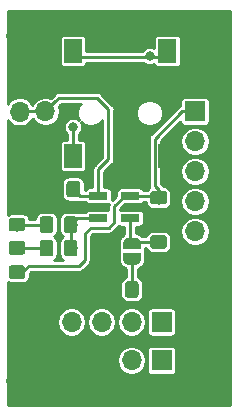
<source format=gbr>
G04 #@! TF.GenerationSoftware,KiCad,Pcbnew,(5.0.2)-1*
G04 #@! TF.CreationDate,2020-10-12T20:59:32+02:00*
G04 #@! TF.ProjectId,TinkerShieldPaddle,54696e6b-6572-4536-9869-656c64506164,rev?*
G04 #@! TF.SameCoordinates,Original*
G04 #@! TF.FileFunction,Copper,L2,Bot*
G04 #@! TF.FilePolarity,Positive*
%FSLAX46Y46*%
G04 Gerber Fmt 4.6, Leading zero omitted, Abs format (unit mm)*
G04 Created by KiCad (PCBNEW (5.0.2)-1) date 12.10.2020 20:59:32*
%MOMM*%
%LPD*%
G01*
G04 APERTURE LIST*
G04 #@! TA.AperFunction,SMDPad,CuDef*
%ADD10R,1.500000X2.000000*%
G04 #@! TD*
G04 #@! TA.AperFunction,Conductor*
%ADD11C,0.100000*%
G04 #@! TD*
G04 #@! TA.AperFunction,SMDPad,CuDef*
%ADD12C,1.150000*%
G04 #@! TD*
G04 #@! TA.AperFunction,ComponentPad*
%ADD13R,1.700000X1.700000*%
G04 #@! TD*
G04 #@! TA.AperFunction,ComponentPad*
%ADD14O,1.700000X1.700000*%
G04 #@! TD*
G04 #@! TA.AperFunction,SMDPad,CuDef*
%ADD15C,0.500000*%
G04 #@! TD*
G04 #@! TA.AperFunction,SMDPad,CuDef*
%ADD16R,1.560000X0.650000*%
G04 #@! TD*
G04 #@! TA.AperFunction,ComponentPad*
%ADD17C,4.400000*%
G04 #@! TD*
G04 #@! TA.AperFunction,ViaPad*
%ADD18C,0.800000*%
G04 #@! TD*
G04 #@! TA.AperFunction,Conductor*
%ADD19C,0.250000*%
G04 #@! TD*
G04 #@! TA.AperFunction,Conductor*
%ADD20C,0.254000*%
G04 #@! TD*
G04 APERTURE END LIST*
D10*
G04 #@! TO.P,J3,3*
G04 #@! TO.N,GND*
X164250000Y-130700000D03*
G04 #@! TO.P,J3,1*
G04 #@! TO.N,Net-(J3-Pad1)*
X156250000Y-130700000D03*
G04 #@! TO.P,J3,2*
G04 #@! TO.N,Net-(J3-Pad2)*
X156250000Y-121800000D03*
X164250000Y-121800000D03*
G04 #@! TD*
D11*
G04 #@! TO.N,GND*
G04 #@! TO.C,D2*
G36*
X151974505Y-133876204D02*
X151998773Y-133879804D01*
X152022572Y-133885765D01*
X152045671Y-133894030D01*
X152067850Y-133904520D01*
X152088893Y-133917132D01*
X152108599Y-133931747D01*
X152126777Y-133948223D01*
X152143253Y-133966401D01*
X152157868Y-133986107D01*
X152170480Y-134007150D01*
X152180970Y-134029329D01*
X152189235Y-134052428D01*
X152195196Y-134076227D01*
X152198796Y-134100495D01*
X152200000Y-134124999D01*
X152200000Y-134775001D01*
X152198796Y-134799505D01*
X152195196Y-134823773D01*
X152189235Y-134847572D01*
X152180970Y-134870671D01*
X152170480Y-134892850D01*
X152157868Y-134913893D01*
X152143253Y-134933599D01*
X152126777Y-134951777D01*
X152108599Y-134968253D01*
X152088893Y-134982868D01*
X152067850Y-134995480D01*
X152045671Y-135005970D01*
X152022572Y-135014235D01*
X151998773Y-135020196D01*
X151974505Y-135023796D01*
X151950001Y-135025000D01*
X151049999Y-135025000D01*
X151025495Y-135023796D01*
X151001227Y-135020196D01*
X150977428Y-135014235D01*
X150954329Y-135005970D01*
X150932150Y-134995480D01*
X150911107Y-134982868D01*
X150891401Y-134968253D01*
X150873223Y-134951777D01*
X150856747Y-134933599D01*
X150842132Y-134913893D01*
X150829520Y-134892850D01*
X150819030Y-134870671D01*
X150810765Y-134847572D01*
X150804804Y-134823773D01*
X150801204Y-134799505D01*
X150800000Y-134775001D01*
X150800000Y-134124999D01*
X150801204Y-134100495D01*
X150804804Y-134076227D01*
X150810765Y-134052428D01*
X150819030Y-134029329D01*
X150829520Y-134007150D01*
X150842132Y-133986107D01*
X150856747Y-133966401D01*
X150873223Y-133948223D01*
X150891401Y-133931747D01*
X150911107Y-133917132D01*
X150932150Y-133904520D01*
X150954329Y-133894030D01*
X150977428Y-133885765D01*
X151001227Y-133879804D01*
X151025495Y-133876204D01*
X151049999Y-133875000D01*
X151950001Y-133875000D01*
X151974505Y-133876204D01*
X151974505Y-133876204D01*
G37*
D12*
G04 #@! TD*
G04 #@! TO.P,D2,1*
G04 #@! TO.N,GND*
X151500000Y-134450000D03*
D11*
G04 #@! TO.N,Net-(D2-Pad2)*
G04 #@! TO.C,D2*
G36*
X151974505Y-135926204D02*
X151998773Y-135929804D01*
X152022572Y-135935765D01*
X152045671Y-135944030D01*
X152067850Y-135954520D01*
X152088893Y-135967132D01*
X152108599Y-135981747D01*
X152126777Y-135998223D01*
X152143253Y-136016401D01*
X152157868Y-136036107D01*
X152170480Y-136057150D01*
X152180970Y-136079329D01*
X152189235Y-136102428D01*
X152195196Y-136126227D01*
X152198796Y-136150495D01*
X152200000Y-136174999D01*
X152200000Y-136825001D01*
X152198796Y-136849505D01*
X152195196Y-136873773D01*
X152189235Y-136897572D01*
X152180970Y-136920671D01*
X152170480Y-136942850D01*
X152157868Y-136963893D01*
X152143253Y-136983599D01*
X152126777Y-137001777D01*
X152108599Y-137018253D01*
X152088893Y-137032868D01*
X152067850Y-137045480D01*
X152045671Y-137055970D01*
X152022572Y-137064235D01*
X151998773Y-137070196D01*
X151974505Y-137073796D01*
X151950001Y-137075000D01*
X151049999Y-137075000D01*
X151025495Y-137073796D01*
X151001227Y-137070196D01*
X150977428Y-137064235D01*
X150954329Y-137055970D01*
X150932150Y-137045480D01*
X150911107Y-137032868D01*
X150891401Y-137018253D01*
X150873223Y-137001777D01*
X150856747Y-136983599D01*
X150842132Y-136963893D01*
X150829520Y-136942850D01*
X150819030Y-136920671D01*
X150810765Y-136897572D01*
X150804804Y-136873773D01*
X150801204Y-136849505D01*
X150800000Y-136825001D01*
X150800000Y-136174999D01*
X150801204Y-136150495D01*
X150804804Y-136126227D01*
X150810765Y-136102428D01*
X150819030Y-136079329D01*
X150829520Y-136057150D01*
X150842132Y-136036107D01*
X150856747Y-136016401D01*
X150873223Y-135998223D01*
X150891401Y-135981747D01*
X150911107Y-135967132D01*
X150932150Y-135954520D01*
X150954329Y-135944030D01*
X150977428Y-135935765D01*
X151001227Y-135929804D01*
X151025495Y-135926204D01*
X151049999Y-135925000D01*
X151950001Y-135925000D01*
X151974505Y-135926204D01*
X151974505Y-135926204D01*
G37*
D12*
G04 #@! TD*
G04 #@! TO.P,D2,2*
G04 #@! TO.N,Net-(D2-Pad2)*
X151500000Y-136500000D03*
D11*
G04 #@! TO.N,Net-(C3-Pad2)*
G04 #@! TO.C,D1*
G36*
X151974505Y-139951204D02*
X151998773Y-139954804D01*
X152022572Y-139960765D01*
X152045671Y-139969030D01*
X152067850Y-139979520D01*
X152088893Y-139992132D01*
X152108599Y-140006747D01*
X152126777Y-140023223D01*
X152143253Y-140041401D01*
X152157868Y-140061107D01*
X152170480Y-140082150D01*
X152180970Y-140104329D01*
X152189235Y-140127428D01*
X152195196Y-140151227D01*
X152198796Y-140175495D01*
X152200000Y-140199999D01*
X152200000Y-140850001D01*
X152198796Y-140874505D01*
X152195196Y-140898773D01*
X152189235Y-140922572D01*
X152180970Y-140945671D01*
X152170480Y-140967850D01*
X152157868Y-140988893D01*
X152143253Y-141008599D01*
X152126777Y-141026777D01*
X152108599Y-141043253D01*
X152088893Y-141057868D01*
X152067850Y-141070480D01*
X152045671Y-141080970D01*
X152022572Y-141089235D01*
X151998773Y-141095196D01*
X151974505Y-141098796D01*
X151950001Y-141100000D01*
X151049999Y-141100000D01*
X151025495Y-141098796D01*
X151001227Y-141095196D01*
X150977428Y-141089235D01*
X150954329Y-141080970D01*
X150932150Y-141070480D01*
X150911107Y-141057868D01*
X150891401Y-141043253D01*
X150873223Y-141026777D01*
X150856747Y-141008599D01*
X150842132Y-140988893D01*
X150829520Y-140967850D01*
X150819030Y-140945671D01*
X150810765Y-140922572D01*
X150804804Y-140898773D01*
X150801204Y-140874505D01*
X150800000Y-140850001D01*
X150800000Y-140199999D01*
X150801204Y-140175495D01*
X150804804Y-140151227D01*
X150810765Y-140127428D01*
X150819030Y-140104329D01*
X150829520Y-140082150D01*
X150842132Y-140061107D01*
X150856747Y-140041401D01*
X150873223Y-140023223D01*
X150891401Y-140006747D01*
X150911107Y-139992132D01*
X150932150Y-139979520D01*
X150954329Y-139969030D01*
X150977428Y-139960765D01*
X151001227Y-139954804D01*
X151025495Y-139951204D01*
X151049999Y-139950000D01*
X151950001Y-139950000D01*
X151974505Y-139951204D01*
X151974505Y-139951204D01*
G37*
D12*
G04 #@! TD*
G04 #@! TO.P,D1,2*
G04 #@! TO.N,Net-(C3-Pad2)*
X151500000Y-140525000D03*
D11*
G04 #@! TO.N,Net-(D1-Pad1)*
G04 #@! TO.C,D1*
G36*
X151974505Y-137901204D02*
X151998773Y-137904804D01*
X152022572Y-137910765D01*
X152045671Y-137919030D01*
X152067850Y-137929520D01*
X152088893Y-137942132D01*
X152108599Y-137956747D01*
X152126777Y-137973223D01*
X152143253Y-137991401D01*
X152157868Y-138011107D01*
X152170480Y-138032150D01*
X152180970Y-138054329D01*
X152189235Y-138077428D01*
X152195196Y-138101227D01*
X152198796Y-138125495D01*
X152200000Y-138149999D01*
X152200000Y-138800001D01*
X152198796Y-138824505D01*
X152195196Y-138848773D01*
X152189235Y-138872572D01*
X152180970Y-138895671D01*
X152170480Y-138917850D01*
X152157868Y-138938893D01*
X152143253Y-138958599D01*
X152126777Y-138976777D01*
X152108599Y-138993253D01*
X152088893Y-139007868D01*
X152067850Y-139020480D01*
X152045671Y-139030970D01*
X152022572Y-139039235D01*
X151998773Y-139045196D01*
X151974505Y-139048796D01*
X151950001Y-139050000D01*
X151049999Y-139050000D01*
X151025495Y-139048796D01*
X151001227Y-139045196D01*
X150977428Y-139039235D01*
X150954329Y-139030970D01*
X150932150Y-139020480D01*
X150911107Y-139007868D01*
X150891401Y-138993253D01*
X150873223Y-138976777D01*
X150856747Y-138958599D01*
X150842132Y-138938893D01*
X150829520Y-138917850D01*
X150819030Y-138895671D01*
X150810765Y-138872572D01*
X150804804Y-138848773D01*
X150801204Y-138824505D01*
X150800000Y-138800001D01*
X150800000Y-138149999D01*
X150801204Y-138125495D01*
X150804804Y-138101227D01*
X150810765Y-138077428D01*
X150819030Y-138054329D01*
X150829520Y-138032150D01*
X150842132Y-138011107D01*
X150856747Y-137991401D01*
X150873223Y-137973223D01*
X150891401Y-137956747D01*
X150911107Y-137942132D01*
X150932150Y-137929520D01*
X150954329Y-137919030D01*
X150977428Y-137910765D01*
X151001227Y-137904804D01*
X151025495Y-137901204D01*
X151049999Y-137900000D01*
X151950001Y-137900000D01*
X151974505Y-137901204D01*
X151974505Y-137901204D01*
G37*
D12*
G04 #@! TD*
G04 #@! TO.P,D1,1*
G04 #@! TO.N,Net-(D1-Pad1)*
X151500000Y-138475000D03*
D13*
G04 #@! TO.P,J6,1*
G04 #@! TO.N,Net-(C1-Pad2)*
X163750000Y-148000000D03*
D14*
G04 #@! TO.P,J6,2*
X161210000Y-148000000D03*
G04 #@! TO.P,J6,3*
G04 #@! TO.N,GND*
X158670000Y-148000000D03*
G04 #@! TO.P,J6,4*
X156130000Y-148000000D03*
G04 #@! TD*
D13*
G04 #@! TO.P,J2,1*
G04 #@! TO.N,Net-(C3-Pad2)*
X166585000Y-126920000D03*
D14*
G04 #@! TO.P,J2,2*
G04 #@! TO.N,Net-(J2-Pad2)*
X166585000Y-129460000D03*
G04 #@! TO.P,J2,3*
G04 #@! TO.N,Net-(J2-Pad3)*
X166585000Y-132000000D03*
G04 #@! TO.P,J2,4*
G04 #@! TO.N,Net-(J2-Pad4)*
X166585000Y-134540000D03*
G04 #@! TO.P,J2,5*
G04 #@! TO.N,Net-(C1-Pad2)*
X166585000Y-137080000D03*
G04 #@! TD*
D13*
G04 #@! TO.P,J5,1*
G04 #@! TO.N,Net-(J5-Pad1)*
X163750000Y-144750000D03*
D14*
G04 #@! TO.P,J5,2*
G04 #@! TO.N,Net-(J5-Pad2)*
X161210000Y-144750000D03*
G04 #@! TO.P,J5,3*
G04 #@! TO.N,Net-(J5-Pad3)*
X158670000Y-144750000D03*
G04 #@! TO.P,J5,4*
G04 #@! TO.N,Net-(J5-Pad4)*
X156130000Y-144750000D03*
G04 #@! TD*
D11*
G04 #@! TO.N,Net-(C2-Pad2)*
G04 #@! TO.C,C2*
G36*
X156624505Y-132801204D02*
X156648773Y-132804804D01*
X156672572Y-132810765D01*
X156695671Y-132819030D01*
X156717850Y-132829520D01*
X156738893Y-132842132D01*
X156758599Y-132856747D01*
X156776777Y-132873223D01*
X156793253Y-132891401D01*
X156807868Y-132911107D01*
X156820480Y-132932150D01*
X156830970Y-132954329D01*
X156839235Y-132977428D01*
X156845196Y-133001227D01*
X156848796Y-133025495D01*
X156850000Y-133049999D01*
X156850000Y-133950001D01*
X156848796Y-133974505D01*
X156845196Y-133998773D01*
X156839235Y-134022572D01*
X156830970Y-134045671D01*
X156820480Y-134067850D01*
X156807868Y-134088893D01*
X156793253Y-134108599D01*
X156776777Y-134126777D01*
X156758599Y-134143253D01*
X156738893Y-134157868D01*
X156717850Y-134170480D01*
X156695671Y-134180970D01*
X156672572Y-134189235D01*
X156648773Y-134195196D01*
X156624505Y-134198796D01*
X156600001Y-134200000D01*
X155949999Y-134200000D01*
X155925495Y-134198796D01*
X155901227Y-134195196D01*
X155877428Y-134189235D01*
X155854329Y-134180970D01*
X155832150Y-134170480D01*
X155811107Y-134157868D01*
X155791401Y-134143253D01*
X155773223Y-134126777D01*
X155756747Y-134108599D01*
X155742132Y-134088893D01*
X155729520Y-134067850D01*
X155719030Y-134045671D01*
X155710765Y-134022572D01*
X155704804Y-133998773D01*
X155701204Y-133974505D01*
X155700000Y-133950001D01*
X155700000Y-133049999D01*
X155701204Y-133025495D01*
X155704804Y-133001227D01*
X155710765Y-132977428D01*
X155719030Y-132954329D01*
X155729520Y-132932150D01*
X155742132Y-132911107D01*
X155756747Y-132891401D01*
X155773223Y-132873223D01*
X155791401Y-132856747D01*
X155811107Y-132842132D01*
X155832150Y-132829520D01*
X155854329Y-132819030D01*
X155877428Y-132810765D01*
X155901227Y-132804804D01*
X155925495Y-132801204D01*
X155949999Y-132800000D01*
X156600001Y-132800000D01*
X156624505Y-132801204D01*
X156624505Y-132801204D01*
G37*
D12*
G04 #@! TD*
G04 #@! TO.P,C2,2*
G04 #@! TO.N,Net-(C2-Pad2)*
X156275000Y-133500000D03*
D11*
G04 #@! TO.N,GND*
G04 #@! TO.C,C2*
G36*
X154574505Y-132801204D02*
X154598773Y-132804804D01*
X154622572Y-132810765D01*
X154645671Y-132819030D01*
X154667850Y-132829520D01*
X154688893Y-132842132D01*
X154708599Y-132856747D01*
X154726777Y-132873223D01*
X154743253Y-132891401D01*
X154757868Y-132911107D01*
X154770480Y-132932150D01*
X154780970Y-132954329D01*
X154789235Y-132977428D01*
X154795196Y-133001227D01*
X154798796Y-133025495D01*
X154800000Y-133049999D01*
X154800000Y-133950001D01*
X154798796Y-133974505D01*
X154795196Y-133998773D01*
X154789235Y-134022572D01*
X154780970Y-134045671D01*
X154770480Y-134067850D01*
X154757868Y-134088893D01*
X154743253Y-134108599D01*
X154726777Y-134126777D01*
X154708599Y-134143253D01*
X154688893Y-134157868D01*
X154667850Y-134170480D01*
X154645671Y-134180970D01*
X154622572Y-134189235D01*
X154598773Y-134195196D01*
X154574505Y-134198796D01*
X154550001Y-134200000D01*
X153899999Y-134200000D01*
X153875495Y-134198796D01*
X153851227Y-134195196D01*
X153827428Y-134189235D01*
X153804329Y-134180970D01*
X153782150Y-134170480D01*
X153761107Y-134157868D01*
X153741401Y-134143253D01*
X153723223Y-134126777D01*
X153706747Y-134108599D01*
X153692132Y-134088893D01*
X153679520Y-134067850D01*
X153669030Y-134045671D01*
X153660765Y-134022572D01*
X153654804Y-133998773D01*
X153651204Y-133974505D01*
X153650000Y-133950001D01*
X153650000Y-133049999D01*
X153651204Y-133025495D01*
X153654804Y-133001227D01*
X153660765Y-132977428D01*
X153669030Y-132954329D01*
X153679520Y-132932150D01*
X153692132Y-132911107D01*
X153706747Y-132891401D01*
X153723223Y-132873223D01*
X153741401Y-132856747D01*
X153761107Y-132842132D01*
X153782150Y-132829520D01*
X153804329Y-132819030D01*
X153827428Y-132810765D01*
X153851227Y-132804804D01*
X153875495Y-132801204D01*
X153899999Y-132800000D01*
X154550001Y-132800000D01*
X154574505Y-132801204D01*
X154574505Y-132801204D01*
G37*
D12*
G04 #@! TD*
G04 #@! TO.P,C2,1*
G04 #@! TO.N,GND*
X154225000Y-133500000D03*
D11*
G04 #@! TO.N,GND*
G04 #@! TO.C,C3*
G36*
X163974505Y-135701204D02*
X163998773Y-135704804D01*
X164022572Y-135710765D01*
X164045671Y-135719030D01*
X164067850Y-135729520D01*
X164088893Y-135742132D01*
X164108599Y-135756747D01*
X164126777Y-135773223D01*
X164143253Y-135791401D01*
X164157868Y-135811107D01*
X164170480Y-135832150D01*
X164180970Y-135854329D01*
X164189235Y-135877428D01*
X164195196Y-135901227D01*
X164198796Y-135925495D01*
X164200000Y-135949999D01*
X164200000Y-136600001D01*
X164198796Y-136624505D01*
X164195196Y-136648773D01*
X164189235Y-136672572D01*
X164180970Y-136695671D01*
X164170480Y-136717850D01*
X164157868Y-136738893D01*
X164143253Y-136758599D01*
X164126777Y-136776777D01*
X164108599Y-136793253D01*
X164088893Y-136807868D01*
X164067850Y-136820480D01*
X164045671Y-136830970D01*
X164022572Y-136839235D01*
X163998773Y-136845196D01*
X163974505Y-136848796D01*
X163950001Y-136850000D01*
X163049999Y-136850000D01*
X163025495Y-136848796D01*
X163001227Y-136845196D01*
X162977428Y-136839235D01*
X162954329Y-136830970D01*
X162932150Y-136820480D01*
X162911107Y-136807868D01*
X162891401Y-136793253D01*
X162873223Y-136776777D01*
X162856747Y-136758599D01*
X162842132Y-136738893D01*
X162829520Y-136717850D01*
X162819030Y-136695671D01*
X162810765Y-136672572D01*
X162804804Y-136648773D01*
X162801204Y-136624505D01*
X162800000Y-136600001D01*
X162800000Y-135949999D01*
X162801204Y-135925495D01*
X162804804Y-135901227D01*
X162810765Y-135877428D01*
X162819030Y-135854329D01*
X162829520Y-135832150D01*
X162842132Y-135811107D01*
X162856747Y-135791401D01*
X162873223Y-135773223D01*
X162891401Y-135756747D01*
X162911107Y-135742132D01*
X162932150Y-135729520D01*
X162954329Y-135719030D01*
X162977428Y-135710765D01*
X163001227Y-135704804D01*
X163025495Y-135701204D01*
X163049999Y-135700000D01*
X163950001Y-135700000D01*
X163974505Y-135701204D01*
X163974505Y-135701204D01*
G37*
D12*
G04 #@! TD*
G04 #@! TO.P,C3,1*
G04 #@! TO.N,GND*
X163500000Y-136275000D03*
D11*
G04 #@! TO.N,Net-(C3-Pad2)*
G04 #@! TO.C,C3*
G36*
X163974505Y-133651204D02*
X163998773Y-133654804D01*
X164022572Y-133660765D01*
X164045671Y-133669030D01*
X164067850Y-133679520D01*
X164088893Y-133692132D01*
X164108599Y-133706747D01*
X164126777Y-133723223D01*
X164143253Y-133741401D01*
X164157868Y-133761107D01*
X164170480Y-133782150D01*
X164180970Y-133804329D01*
X164189235Y-133827428D01*
X164195196Y-133851227D01*
X164198796Y-133875495D01*
X164200000Y-133899999D01*
X164200000Y-134550001D01*
X164198796Y-134574505D01*
X164195196Y-134598773D01*
X164189235Y-134622572D01*
X164180970Y-134645671D01*
X164170480Y-134667850D01*
X164157868Y-134688893D01*
X164143253Y-134708599D01*
X164126777Y-134726777D01*
X164108599Y-134743253D01*
X164088893Y-134757868D01*
X164067850Y-134770480D01*
X164045671Y-134780970D01*
X164022572Y-134789235D01*
X163998773Y-134795196D01*
X163974505Y-134798796D01*
X163950001Y-134800000D01*
X163049999Y-134800000D01*
X163025495Y-134798796D01*
X163001227Y-134795196D01*
X162977428Y-134789235D01*
X162954329Y-134780970D01*
X162932150Y-134770480D01*
X162911107Y-134757868D01*
X162891401Y-134743253D01*
X162873223Y-134726777D01*
X162856747Y-134708599D01*
X162842132Y-134688893D01*
X162829520Y-134667850D01*
X162819030Y-134645671D01*
X162810765Y-134622572D01*
X162804804Y-134598773D01*
X162801204Y-134574505D01*
X162800000Y-134550001D01*
X162800000Y-133899999D01*
X162801204Y-133875495D01*
X162804804Y-133851227D01*
X162810765Y-133827428D01*
X162819030Y-133804329D01*
X162829520Y-133782150D01*
X162842132Y-133761107D01*
X162856747Y-133741401D01*
X162873223Y-133723223D01*
X162891401Y-133706747D01*
X162911107Y-133692132D01*
X162932150Y-133679520D01*
X162954329Y-133669030D01*
X162977428Y-133660765D01*
X163001227Y-133654804D01*
X163025495Y-133651204D01*
X163049999Y-133650000D01*
X163950001Y-133650000D01*
X163974505Y-133651204D01*
X163974505Y-133651204D01*
G37*
D12*
G04 #@! TD*
G04 #@! TO.P,C3,2*
G04 #@! TO.N,Net-(C3-Pad2)*
X163500000Y-134225000D03*
D13*
G04 #@! TO.P,J1,1*
G04 #@! TO.N,GND*
X151750000Y-129500000D03*
D14*
G04 #@! TO.P,J1,2*
G04 #@! TO.N,Net-(C2-Pad2)*
X151750000Y-126960000D03*
G04 #@! TD*
D13*
G04 #@! TO.P,J4,1*
G04 #@! TO.N,GND*
X153915000Y-129460000D03*
D14*
G04 #@! TO.P,J4,2*
G04 #@! TO.N,Net-(C2-Pad2)*
X153915000Y-126920000D03*
G04 #@! TD*
D15*
G04 #@! TO.P,JP1,1*
G04 #@! TO.N,Net-(JP1-Pad1)*
X161250000Y-138100000D03*
D11*
G04 #@! TD*
G04 #@! TO.N,Net-(JP1-Pad1)*
G04 #@! TO.C,JP1*
G36*
X160500000Y-138600000D02*
X160500000Y-138100000D01*
X160500602Y-138100000D01*
X160500602Y-138075466D01*
X160505412Y-138026635D01*
X160514984Y-137978510D01*
X160529228Y-137931555D01*
X160548005Y-137886222D01*
X160571136Y-137842949D01*
X160598396Y-137802150D01*
X160629524Y-137764221D01*
X160664221Y-137729524D01*
X160702150Y-137698396D01*
X160742949Y-137671136D01*
X160786222Y-137648005D01*
X160831555Y-137629228D01*
X160878510Y-137614984D01*
X160926635Y-137605412D01*
X160975466Y-137600602D01*
X161000000Y-137600602D01*
X161000000Y-137600000D01*
X161500000Y-137600000D01*
X161500000Y-137600602D01*
X161524534Y-137600602D01*
X161573365Y-137605412D01*
X161621490Y-137614984D01*
X161668445Y-137629228D01*
X161713778Y-137648005D01*
X161757051Y-137671136D01*
X161797850Y-137698396D01*
X161835779Y-137729524D01*
X161870476Y-137764221D01*
X161901604Y-137802150D01*
X161928864Y-137842949D01*
X161951995Y-137886222D01*
X161970772Y-137931555D01*
X161985016Y-137978510D01*
X161994588Y-138026635D01*
X161999398Y-138075466D01*
X161999398Y-138100000D01*
X162000000Y-138100000D01*
X162000000Y-138600000D01*
X160500000Y-138600000D01*
X160500000Y-138600000D01*
G37*
D15*
G04 #@! TO.P,JP1,2*
G04 #@! TO.N,Net-(JP1-Pad2)*
X161250000Y-139400000D03*
D11*
G04 #@! TD*
G04 #@! TO.N,Net-(JP1-Pad2)*
G04 #@! TO.C,JP1*
G36*
X161999398Y-139400000D02*
X161999398Y-139424534D01*
X161994588Y-139473365D01*
X161985016Y-139521490D01*
X161970772Y-139568445D01*
X161951995Y-139613778D01*
X161928864Y-139657051D01*
X161901604Y-139697850D01*
X161870476Y-139735779D01*
X161835779Y-139770476D01*
X161797850Y-139801604D01*
X161757051Y-139828864D01*
X161713778Y-139851995D01*
X161668445Y-139870772D01*
X161621490Y-139885016D01*
X161573365Y-139894588D01*
X161524534Y-139899398D01*
X161500000Y-139899398D01*
X161500000Y-139900000D01*
X161000000Y-139900000D01*
X161000000Y-139899398D01*
X160975466Y-139899398D01*
X160926635Y-139894588D01*
X160878510Y-139885016D01*
X160831555Y-139870772D01*
X160786222Y-139851995D01*
X160742949Y-139828864D01*
X160702150Y-139801604D01*
X160664221Y-139770476D01*
X160629524Y-139735779D01*
X160598396Y-139697850D01*
X160571136Y-139657051D01*
X160548005Y-139613778D01*
X160529228Y-139568445D01*
X160514984Y-139521490D01*
X160505412Y-139473365D01*
X160500602Y-139424534D01*
X160500602Y-139400000D01*
X160500000Y-139400000D01*
X160500000Y-138900000D01*
X162000000Y-138900000D01*
X162000000Y-139400000D01*
X161999398Y-139400000D01*
X161999398Y-139400000D01*
G37*
D16*
G04 #@! TO.P,U2,1*
G04 #@! TO.N,Net-(R7-Pad2)*
X158400000Y-135950000D03*
G04 #@! TO.P,U2,2*
G04 #@! TO.N,GND*
X158400000Y-135000000D03*
G04 #@! TO.P,U2,3*
G04 #@! TO.N,Net-(C2-Pad2)*
X158400000Y-134050000D03*
G04 #@! TO.P,U2,4*
G04 #@! TO.N,Net-(C3-Pad2)*
X161100000Y-134050000D03*
G04 #@! TO.P,U2,5*
G04 #@! TO.N,Net-(JP1-Pad1)*
X161100000Y-135950000D03*
G04 #@! TD*
D11*
G04 #@! TO.N,Net-(R7-Pad2)*
G04 #@! TO.C,R7*
G36*
X156399505Y-137801204D02*
X156423773Y-137804804D01*
X156447572Y-137810765D01*
X156470671Y-137819030D01*
X156492850Y-137829520D01*
X156513893Y-137842132D01*
X156533599Y-137856747D01*
X156551777Y-137873223D01*
X156568253Y-137891401D01*
X156582868Y-137911107D01*
X156595480Y-137932150D01*
X156605970Y-137954329D01*
X156614235Y-137977428D01*
X156620196Y-138001227D01*
X156623796Y-138025495D01*
X156625000Y-138049999D01*
X156625000Y-138950001D01*
X156623796Y-138974505D01*
X156620196Y-138998773D01*
X156614235Y-139022572D01*
X156605970Y-139045671D01*
X156595480Y-139067850D01*
X156582868Y-139088893D01*
X156568253Y-139108599D01*
X156551777Y-139126777D01*
X156533599Y-139143253D01*
X156513893Y-139157868D01*
X156492850Y-139170480D01*
X156470671Y-139180970D01*
X156447572Y-139189235D01*
X156423773Y-139195196D01*
X156399505Y-139198796D01*
X156375001Y-139200000D01*
X155724999Y-139200000D01*
X155700495Y-139198796D01*
X155676227Y-139195196D01*
X155652428Y-139189235D01*
X155629329Y-139180970D01*
X155607150Y-139170480D01*
X155586107Y-139157868D01*
X155566401Y-139143253D01*
X155548223Y-139126777D01*
X155531747Y-139108599D01*
X155517132Y-139088893D01*
X155504520Y-139067850D01*
X155494030Y-139045671D01*
X155485765Y-139022572D01*
X155479804Y-138998773D01*
X155476204Y-138974505D01*
X155475000Y-138950001D01*
X155475000Y-138049999D01*
X155476204Y-138025495D01*
X155479804Y-138001227D01*
X155485765Y-137977428D01*
X155494030Y-137954329D01*
X155504520Y-137932150D01*
X155517132Y-137911107D01*
X155531747Y-137891401D01*
X155548223Y-137873223D01*
X155566401Y-137856747D01*
X155586107Y-137842132D01*
X155607150Y-137829520D01*
X155629329Y-137819030D01*
X155652428Y-137810765D01*
X155676227Y-137804804D01*
X155700495Y-137801204D01*
X155724999Y-137800000D01*
X156375001Y-137800000D01*
X156399505Y-137801204D01*
X156399505Y-137801204D01*
G37*
D12*
G04 #@! TD*
G04 #@! TO.P,R7,2*
G04 #@! TO.N,Net-(R7-Pad2)*
X156050000Y-138500000D03*
D11*
G04 #@! TO.N,Net-(D1-Pad1)*
G04 #@! TO.C,R7*
G36*
X154349505Y-137801204D02*
X154373773Y-137804804D01*
X154397572Y-137810765D01*
X154420671Y-137819030D01*
X154442850Y-137829520D01*
X154463893Y-137842132D01*
X154483599Y-137856747D01*
X154501777Y-137873223D01*
X154518253Y-137891401D01*
X154532868Y-137911107D01*
X154545480Y-137932150D01*
X154555970Y-137954329D01*
X154564235Y-137977428D01*
X154570196Y-138001227D01*
X154573796Y-138025495D01*
X154575000Y-138049999D01*
X154575000Y-138950001D01*
X154573796Y-138974505D01*
X154570196Y-138998773D01*
X154564235Y-139022572D01*
X154555970Y-139045671D01*
X154545480Y-139067850D01*
X154532868Y-139088893D01*
X154518253Y-139108599D01*
X154501777Y-139126777D01*
X154483599Y-139143253D01*
X154463893Y-139157868D01*
X154442850Y-139170480D01*
X154420671Y-139180970D01*
X154397572Y-139189235D01*
X154373773Y-139195196D01*
X154349505Y-139198796D01*
X154325001Y-139200000D01*
X153674999Y-139200000D01*
X153650495Y-139198796D01*
X153626227Y-139195196D01*
X153602428Y-139189235D01*
X153579329Y-139180970D01*
X153557150Y-139170480D01*
X153536107Y-139157868D01*
X153516401Y-139143253D01*
X153498223Y-139126777D01*
X153481747Y-139108599D01*
X153467132Y-139088893D01*
X153454520Y-139067850D01*
X153444030Y-139045671D01*
X153435765Y-139022572D01*
X153429804Y-138998773D01*
X153426204Y-138974505D01*
X153425000Y-138950001D01*
X153425000Y-138049999D01*
X153426204Y-138025495D01*
X153429804Y-138001227D01*
X153435765Y-137977428D01*
X153444030Y-137954329D01*
X153454520Y-137932150D01*
X153467132Y-137911107D01*
X153481747Y-137891401D01*
X153498223Y-137873223D01*
X153516401Y-137856747D01*
X153536107Y-137842132D01*
X153557150Y-137829520D01*
X153579329Y-137819030D01*
X153602428Y-137810765D01*
X153626227Y-137804804D01*
X153650495Y-137801204D01*
X153674999Y-137800000D01*
X154325001Y-137800000D01*
X154349505Y-137801204D01*
X154349505Y-137801204D01*
G37*
D12*
G04 #@! TD*
G04 #@! TO.P,R7,1*
G04 #@! TO.N,Net-(D1-Pad1)*
X154000000Y-138500000D03*
D11*
G04 #@! TO.N,Net-(D2-Pad2)*
G04 #@! TO.C,R8*
G36*
X154349505Y-135801204D02*
X154373773Y-135804804D01*
X154397572Y-135810765D01*
X154420671Y-135819030D01*
X154442850Y-135829520D01*
X154463893Y-135842132D01*
X154483599Y-135856747D01*
X154501777Y-135873223D01*
X154518253Y-135891401D01*
X154532868Y-135911107D01*
X154545480Y-135932150D01*
X154555970Y-135954329D01*
X154564235Y-135977428D01*
X154570196Y-136001227D01*
X154573796Y-136025495D01*
X154575000Y-136049999D01*
X154575000Y-136950001D01*
X154573796Y-136974505D01*
X154570196Y-136998773D01*
X154564235Y-137022572D01*
X154555970Y-137045671D01*
X154545480Y-137067850D01*
X154532868Y-137088893D01*
X154518253Y-137108599D01*
X154501777Y-137126777D01*
X154483599Y-137143253D01*
X154463893Y-137157868D01*
X154442850Y-137170480D01*
X154420671Y-137180970D01*
X154397572Y-137189235D01*
X154373773Y-137195196D01*
X154349505Y-137198796D01*
X154325001Y-137200000D01*
X153674999Y-137200000D01*
X153650495Y-137198796D01*
X153626227Y-137195196D01*
X153602428Y-137189235D01*
X153579329Y-137180970D01*
X153557150Y-137170480D01*
X153536107Y-137157868D01*
X153516401Y-137143253D01*
X153498223Y-137126777D01*
X153481747Y-137108599D01*
X153467132Y-137088893D01*
X153454520Y-137067850D01*
X153444030Y-137045671D01*
X153435765Y-137022572D01*
X153429804Y-136998773D01*
X153426204Y-136974505D01*
X153425000Y-136950001D01*
X153425000Y-136049999D01*
X153426204Y-136025495D01*
X153429804Y-136001227D01*
X153435765Y-135977428D01*
X153444030Y-135954329D01*
X153454520Y-135932150D01*
X153467132Y-135911107D01*
X153481747Y-135891401D01*
X153498223Y-135873223D01*
X153516401Y-135856747D01*
X153536107Y-135842132D01*
X153557150Y-135829520D01*
X153579329Y-135819030D01*
X153602428Y-135810765D01*
X153626227Y-135804804D01*
X153650495Y-135801204D01*
X153674999Y-135800000D01*
X154325001Y-135800000D01*
X154349505Y-135801204D01*
X154349505Y-135801204D01*
G37*
D12*
G04 #@! TD*
G04 #@! TO.P,R8,1*
G04 #@! TO.N,Net-(D2-Pad2)*
X154000000Y-136500000D03*
D11*
G04 #@! TO.N,Net-(R7-Pad2)*
G04 #@! TO.C,R8*
G36*
X156399505Y-135801204D02*
X156423773Y-135804804D01*
X156447572Y-135810765D01*
X156470671Y-135819030D01*
X156492850Y-135829520D01*
X156513893Y-135842132D01*
X156533599Y-135856747D01*
X156551777Y-135873223D01*
X156568253Y-135891401D01*
X156582868Y-135911107D01*
X156595480Y-135932150D01*
X156605970Y-135954329D01*
X156614235Y-135977428D01*
X156620196Y-136001227D01*
X156623796Y-136025495D01*
X156625000Y-136049999D01*
X156625000Y-136950001D01*
X156623796Y-136974505D01*
X156620196Y-136998773D01*
X156614235Y-137022572D01*
X156605970Y-137045671D01*
X156595480Y-137067850D01*
X156582868Y-137088893D01*
X156568253Y-137108599D01*
X156551777Y-137126777D01*
X156533599Y-137143253D01*
X156513893Y-137157868D01*
X156492850Y-137170480D01*
X156470671Y-137180970D01*
X156447572Y-137189235D01*
X156423773Y-137195196D01*
X156399505Y-137198796D01*
X156375001Y-137200000D01*
X155724999Y-137200000D01*
X155700495Y-137198796D01*
X155676227Y-137195196D01*
X155652428Y-137189235D01*
X155629329Y-137180970D01*
X155607150Y-137170480D01*
X155586107Y-137157868D01*
X155566401Y-137143253D01*
X155548223Y-137126777D01*
X155531747Y-137108599D01*
X155517132Y-137088893D01*
X155504520Y-137067850D01*
X155494030Y-137045671D01*
X155485765Y-137022572D01*
X155479804Y-136998773D01*
X155476204Y-136974505D01*
X155475000Y-136950001D01*
X155475000Y-136049999D01*
X155476204Y-136025495D01*
X155479804Y-136001227D01*
X155485765Y-135977428D01*
X155494030Y-135954329D01*
X155504520Y-135932150D01*
X155517132Y-135911107D01*
X155531747Y-135891401D01*
X155548223Y-135873223D01*
X155566401Y-135856747D01*
X155586107Y-135842132D01*
X155607150Y-135829520D01*
X155629329Y-135819030D01*
X155652428Y-135810765D01*
X155676227Y-135804804D01*
X155700495Y-135801204D01*
X155724999Y-135800000D01*
X156375001Y-135800000D01*
X156399505Y-135801204D01*
X156399505Y-135801204D01*
G37*
D12*
G04 #@! TD*
G04 #@! TO.P,R8,2*
G04 #@! TO.N,Net-(R7-Pad2)*
X156050000Y-136500000D03*
D11*
G04 #@! TO.N,Net-(JP1-Pad1)*
G04 #@! TO.C,R2*
G36*
X163974505Y-137401204D02*
X163998773Y-137404804D01*
X164022572Y-137410765D01*
X164045671Y-137419030D01*
X164067850Y-137429520D01*
X164088893Y-137442132D01*
X164108599Y-137456747D01*
X164126777Y-137473223D01*
X164143253Y-137491401D01*
X164157868Y-137511107D01*
X164170480Y-137532150D01*
X164180970Y-137554329D01*
X164189235Y-137577428D01*
X164195196Y-137601227D01*
X164198796Y-137625495D01*
X164200000Y-137649999D01*
X164200000Y-138300001D01*
X164198796Y-138324505D01*
X164195196Y-138348773D01*
X164189235Y-138372572D01*
X164180970Y-138395671D01*
X164170480Y-138417850D01*
X164157868Y-138438893D01*
X164143253Y-138458599D01*
X164126777Y-138476777D01*
X164108599Y-138493253D01*
X164088893Y-138507868D01*
X164067850Y-138520480D01*
X164045671Y-138530970D01*
X164022572Y-138539235D01*
X163998773Y-138545196D01*
X163974505Y-138548796D01*
X163950001Y-138550000D01*
X163049999Y-138550000D01*
X163025495Y-138548796D01*
X163001227Y-138545196D01*
X162977428Y-138539235D01*
X162954329Y-138530970D01*
X162932150Y-138520480D01*
X162911107Y-138507868D01*
X162891401Y-138493253D01*
X162873223Y-138476777D01*
X162856747Y-138458599D01*
X162842132Y-138438893D01*
X162829520Y-138417850D01*
X162819030Y-138395671D01*
X162810765Y-138372572D01*
X162804804Y-138348773D01*
X162801204Y-138324505D01*
X162800000Y-138300001D01*
X162800000Y-137649999D01*
X162801204Y-137625495D01*
X162804804Y-137601227D01*
X162810765Y-137577428D01*
X162819030Y-137554329D01*
X162829520Y-137532150D01*
X162842132Y-137511107D01*
X162856747Y-137491401D01*
X162873223Y-137473223D01*
X162891401Y-137456747D01*
X162911107Y-137442132D01*
X162932150Y-137429520D01*
X162954329Y-137419030D01*
X162977428Y-137410765D01*
X163001227Y-137404804D01*
X163025495Y-137401204D01*
X163049999Y-137400000D01*
X163950001Y-137400000D01*
X163974505Y-137401204D01*
X163974505Y-137401204D01*
G37*
D12*
G04 #@! TD*
G04 #@! TO.P,R2,1*
G04 #@! TO.N,Net-(JP1-Pad1)*
X163500000Y-137975000D03*
D11*
G04 #@! TO.N,GND*
G04 #@! TO.C,R2*
G36*
X163974505Y-139451204D02*
X163998773Y-139454804D01*
X164022572Y-139460765D01*
X164045671Y-139469030D01*
X164067850Y-139479520D01*
X164088893Y-139492132D01*
X164108599Y-139506747D01*
X164126777Y-139523223D01*
X164143253Y-139541401D01*
X164157868Y-139561107D01*
X164170480Y-139582150D01*
X164180970Y-139604329D01*
X164189235Y-139627428D01*
X164195196Y-139651227D01*
X164198796Y-139675495D01*
X164200000Y-139699999D01*
X164200000Y-140350001D01*
X164198796Y-140374505D01*
X164195196Y-140398773D01*
X164189235Y-140422572D01*
X164180970Y-140445671D01*
X164170480Y-140467850D01*
X164157868Y-140488893D01*
X164143253Y-140508599D01*
X164126777Y-140526777D01*
X164108599Y-140543253D01*
X164088893Y-140557868D01*
X164067850Y-140570480D01*
X164045671Y-140580970D01*
X164022572Y-140589235D01*
X163998773Y-140595196D01*
X163974505Y-140598796D01*
X163950001Y-140600000D01*
X163049999Y-140600000D01*
X163025495Y-140598796D01*
X163001227Y-140595196D01*
X162977428Y-140589235D01*
X162954329Y-140580970D01*
X162932150Y-140570480D01*
X162911107Y-140557868D01*
X162891401Y-140543253D01*
X162873223Y-140526777D01*
X162856747Y-140508599D01*
X162842132Y-140488893D01*
X162829520Y-140467850D01*
X162819030Y-140445671D01*
X162810765Y-140422572D01*
X162804804Y-140398773D01*
X162801204Y-140374505D01*
X162800000Y-140350001D01*
X162800000Y-139699999D01*
X162801204Y-139675495D01*
X162804804Y-139651227D01*
X162810765Y-139627428D01*
X162819030Y-139604329D01*
X162829520Y-139582150D01*
X162842132Y-139561107D01*
X162856747Y-139541401D01*
X162873223Y-139523223D01*
X162891401Y-139506747D01*
X162911107Y-139492132D01*
X162932150Y-139479520D01*
X162954329Y-139469030D01*
X162977428Y-139460765D01*
X163001227Y-139454804D01*
X163025495Y-139451204D01*
X163049999Y-139450000D01*
X163950001Y-139450000D01*
X163974505Y-139451204D01*
X163974505Y-139451204D01*
G37*
D12*
G04 #@! TD*
G04 #@! TO.P,R2,2*
G04 #@! TO.N,GND*
X163500000Y-140025000D03*
D11*
G04 #@! TO.N,Net-(JP1-Pad2)*
G04 #@! TO.C,R4*
G36*
X161574505Y-141301204D02*
X161598773Y-141304804D01*
X161622572Y-141310765D01*
X161645671Y-141319030D01*
X161667850Y-141329520D01*
X161688893Y-141342132D01*
X161708599Y-141356747D01*
X161726777Y-141373223D01*
X161743253Y-141391401D01*
X161757868Y-141411107D01*
X161770480Y-141432150D01*
X161780970Y-141454329D01*
X161789235Y-141477428D01*
X161795196Y-141501227D01*
X161798796Y-141525495D01*
X161800000Y-141549999D01*
X161800000Y-142450001D01*
X161798796Y-142474505D01*
X161795196Y-142498773D01*
X161789235Y-142522572D01*
X161780970Y-142545671D01*
X161770480Y-142567850D01*
X161757868Y-142588893D01*
X161743253Y-142608599D01*
X161726777Y-142626777D01*
X161708599Y-142643253D01*
X161688893Y-142657868D01*
X161667850Y-142670480D01*
X161645671Y-142680970D01*
X161622572Y-142689235D01*
X161598773Y-142695196D01*
X161574505Y-142698796D01*
X161550001Y-142700000D01*
X160899999Y-142700000D01*
X160875495Y-142698796D01*
X160851227Y-142695196D01*
X160827428Y-142689235D01*
X160804329Y-142680970D01*
X160782150Y-142670480D01*
X160761107Y-142657868D01*
X160741401Y-142643253D01*
X160723223Y-142626777D01*
X160706747Y-142608599D01*
X160692132Y-142588893D01*
X160679520Y-142567850D01*
X160669030Y-142545671D01*
X160660765Y-142522572D01*
X160654804Y-142498773D01*
X160651204Y-142474505D01*
X160650000Y-142450001D01*
X160650000Y-141549999D01*
X160651204Y-141525495D01*
X160654804Y-141501227D01*
X160660765Y-141477428D01*
X160669030Y-141454329D01*
X160679520Y-141432150D01*
X160692132Y-141411107D01*
X160706747Y-141391401D01*
X160723223Y-141373223D01*
X160741401Y-141356747D01*
X160761107Y-141342132D01*
X160782150Y-141329520D01*
X160804329Y-141319030D01*
X160827428Y-141310765D01*
X160851227Y-141304804D01*
X160875495Y-141301204D01*
X160899999Y-141300000D01*
X161550001Y-141300000D01*
X161574505Y-141301204D01*
X161574505Y-141301204D01*
G37*
D12*
G04 #@! TD*
G04 #@! TO.P,R4,1*
G04 #@! TO.N,Net-(JP1-Pad2)*
X161225000Y-142000000D03*
D11*
G04 #@! TO.N,GND*
G04 #@! TO.C,R4*
G36*
X163624505Y-141301204D02*
X163648773Y-141304804D01*
X163672572Y-141310765D01*
X163695671Y-141319030D01*
X163717850Y-141329520D01*
X163738893Y-141342132D01*
X163758599Y-141356747D01*
X163776777Y-141373223D01*
X163793253Y-141391401D01*
X163807868Y-141411107D01*
X163820480Y-141432150D01*
X163830970Y-141454329D01*
X163839235Y-141477428D01*
X163845196Y-141501227D01*
X163848796Y-141525495D01*
X163850000Y-141549999D01*
X163850000Y-142450001D01*
X163848796Y-142474505D01*
X163845196Y-142498773D01*
X163839235Y-142522572D01*
X163830970Y-142545671D01*
X163820480Y-142567850D01*
X163807868Y-142588893D01*
X163793253Y-142608599D01*
X163776777Y-142626777D01*
X163758599Y-142643253D01*
X163738893Y-142657868D01*
X163717850Y-142670480D01*
X163695671Y-142680970D01*
X163672572Y-142689235D01*
X163648773Y-142695196D01*
X163624505Y-142698796D01*
X163600001Y-142700000D01*
X162949999Y-142700000D01*
X162925495Y-142698796D01*
X162901227Y-142695196D01*
X162877428Y-142689235D01*
X162854329Y-142680970D01*
X162832150Y-142670480D01*
X162811107Y-142657868D01*
X162791401Y-142643253D01*
X162773223Y-142626777D01*
X162756747Y-142608599D01*
X162742132Y-142588893D01*
X162729520Y-142567850D01*
X162719030Y-142545671D01*
X162710765Y-142522572D01*
X162704804Y-142498773D01*
X162701204Y-142474505D01*
X162700000Y-142450001D01*
X162700000Y-141549999D01*
X162701204Y-141525495D01*
X162704804Y-141501227D01*
X162710765Y-141477428D01*
X162719030Y-141454329D01*
X162729520Y-141432150D01*
X162742132Y-141411107D01*
X162756747Y-141391401D01*
X162773223Y-141373223D01*
X162791401Y-141356747D01*
X162811107Y-141342132D01*
X162832150Y-141329520D01*
X162854329Y-141319030D01*
X162877428Y-141310765D01*
X162901227Y-141304804D01*
X162925495Y-141301204D01*
X162949999Y-141300000D01*
X163600001Y-141300000D01*
X163624505Y-141301204D01*
X163624505Y-141301204D01*
G37*
D12*
G04 #@! TD*
G04 #@! TO.P,R4,2*
G04 #@! TO.N,GND*
X163275000Y-142000000D03*
D17*
G04 #@! TO.P,REF\002A\002A,1*
G04 #@! TO.N,GND*
X152750000Y-120500000D03*
G04 #@! TD*
G04 #@! TO.P,REF\002A\002A,1*
G04 #@! TO.N,GND*
X167500000Y-120500000D03*
G04 #@! TD*
G04 #@! TO.P,REF\002A\002A,1*
G04 #@! TO.N,GND*
X167500000Y-149750000D03*
G04 #@! TD*
G04 #@! TO.P,REF\002A\002A,1*
G04 #@! TO.N,GND*
X152750000Y-149750000D03*
G04 #@! TD*
D18*
G04 #@! TO.N,Net-(J3-Pad1)*
X156250000Y-128250000D03*
G04 #@! TO.N,Net-(J3-Pad2)*
X162750000Y-122250000D03*
G04 #@! TD*
D19*
G04 #@! TO.N,Net-(J3-Pad1)*
X156250000Y-130700000D02*
X156250000Y-128250000D01*
G04 #@! TO.N,Net-(J3-Pad2)*
X156250000Y-122300000D02*
X162750000Y-122300000D01*
X162750000Y-122300000D02*
X164250000Y-122300000D01*
G04 #@! TO.N,Net-(JP1-Pad2)*
X161250000Y-141975000D02*
X161225000Y-142000000D01*
X161250000Y-139400000D02*
X161250000Y-141975000D01*
G04 #@! TO.N,Net-(C3-Pad2)*
X163325000Y-134050000D02*
X163500000Y-134225000D01*
X161100000Y-134050000D02*
X163325000Y-134050000D01*
X151975000Y-140525000D02*
X151500000Y-140525000D01*
X152500000Y-140000000D02*
X151975000Y-140525000D01*
X156750000Y-140000000D02*
X152500000Y-140000000D01*
X157250000Y-139500000D02*
X156750000Y-140000000D01*
X157250000Y-137250000D02*
X157250000Y-139500000D01*
X160645000Y-134050000D02*
X159750000Y-134945000D01*
X161100000Y-134050000D02*
X160645000Y-134050000D01*
X159750000Y-134945000D02*
X159750000Y-136290002D01*
X159750000Y-136290002D02*
X159290002Y-136750000D01*
X159290002Y-136750000D02*
X157750000Y-136750000D01*
X157750000Y-136750000D02*
X157250000Y-137250000D01*
X163500000Y-133550000D02*
X163500000Y-134225000D01*
X163174999Y-133224999D02*
X163500000Y-133550000D01*
X163174999Y-129230001D02*
X163174999Y-133224999D01*
X165485000Y-126920000D02*
X163174999Y-129230001D01*
X166585000Y-126920000D02*
X165485000Y-126920000D01*
G04 #@! TO.N,Net-(JP1-Pad1)*
X161100000Y-137950000D02*
X161250000Y-138100000D01*
X161100000Y-135950000D02*
X161100000Y-137950000D01*
X161375000Y-137975000D02*
X161250000Y-138100000D01*
X163500000Y-137975000D02*
X161375000Y-137975000D01*
G04 #@! TO.N,Net-(D2-Pad2)*
X151500000Y-136500000D02*
X154000000Y-136500000D01*
G04 #@! TO.N,Net-(R7-Pad2)*
X158275000Y-136075000D02*
X158400000Y-135950000D01*
X156050000Y-138500000D02*
X156050000Y-136500000D01*
X156600000Y-135950000D02*
X156050000Y-136500000D01*
X158400000Y-135950000D02*
X156600000Y-135950000D01*
G04 #@! TO.N,Net-(D1-Pad1)*
X153975000Y-138475000D02*
X154000000Y-138500000D01*
X151500000Y-138475000D02*
X153975000Y-138475000D01*
G04 #@! TO.N,Net-(C2-Pad2)*
X151790000Y-126920000D02*
X151750000Y-126960000D01*
X153915000Y-126920000D02*
X151790000Y-126920000D01*
X156825000Y-134050000D02*
X156275000Y-133500000D01*
X158400000Y-134050000D02*
X156825000Y-134050000D01*
X158400000Y-131825000D02*
X159250000Y-130975000D01*
X159250000Y-130975000D02*
X159250000Y-126750000D01*
X159250000Y-126750000D02*
X158250000Y-125750000D01*
X154764999Y-126070001D02*
X153915000Y-126920000D01*
X158250000Y-125750000D02*
X155085000Y-125750000D01*
X158400000Y-134050000D02*
X158400000Y-131825000D01*
X155085000Y-125750000D02*
X154764999Y-126070001D01*
G04 #@! TD*
D20*
G04 #@! TO.N,GND*
G36*
X169544001Y-149705091D02*
X169544000Y-151794000D01*
X150706000Y-151794000D01*
X150706000Y-148000000D01*
X159954884Y-148000000D01*
X160050424Y-148480312D01*
X160322499Y-148887501D01*
X160729688Y-149159576D01*
X161088761Y-149231000D01*
X161331239Y-149231000D01*
X161690312Y-149159576D01*
X162097501Y-148887501D01*
X162369576Y-148480312D01*
X162465116Y-148000000D01*
X162369576Y-147519688D01*
X162122559Y-147150000D01*
X162511536Y-147150000D01*
X162511536Y-148850000D01*
X162541106Y-148998659D01*
X162625314Y-149124686D01*
X162751341Y-149208894D01*
X162900000Y-149238464D01*
X164600000Y-149238464D01*
X164748659Y-149208894D01*
X164874686Y-149124686D01*
X164958894Y-148998659D01*
X164988464Y-148850000D01*
X164988464Y-147150000D01*
X164958894Y-147001341D01*
X164874686Y-146875314D01*
X164748659Y-146791106D01*
X164600000Y-146761536D01*
X162900000Y-146761536D01*
X162751341Y-146791106D01*
X162625314Y-146875314D01*
X162541106Y-147001341D01*
X162511536Y-147150000D01*
X162122559Y-147150000D01*
X162097501Y-147112499D01*
X161690312Y-146840424D01*
X161331239Y-146769000D01*
X161088761Y-146769000D01*
X160729688Y-146840424D01*
X160322499Y-147112499D01*
X160050424Y-147519688D01*
X159954884Y-148000000D01*
X150706000Y-148000000D01*
X150706000Y-144750000D01*
X154874884Y-144750000D01*
X154970424Y-145230312D01*
X155242499Y-145637501D01*
X155649688Y-145909576D01*
X156008761Y-145981000D01*
X156251239Y-145981000D01*
X156610312Y-145909576D01*
X157017501Y-145637501D01*
X157289576Y-145230312D01*
X157385116Y-144750000D01*
X157414884Y-144750000D01*
X157510424Y-145230312D01*
X157782499Y-145637501D01*
X158189688Y-145909576D01*
X158548761Y-145981000D01*
X158791239Y-145981000D01*
X159150312Y-145909576D01*
X159557501Y-145637501D01*
X159829576Y-145230312D01*
X159925116Y-144750000D01*
X159954884Y-144750000D01*
X160050424Y-145230312D01*
X160322499Y-145637501D01*
X160729688Y-145909576D01*
X161088761Y-145981000D01*
X161331239Y-145981000D01*
X161690312Y-145909576D01*
X162097501Y-145637501D01*
X162369576Y-145230312D01*
X162465116Y-144750000D01*
X162369576Y-144269688D01*
X162122559Y-143900000D01*
X162511536Y-143900000D01*
X162511536Y-145600000D01*
X162541106Y-145748659D01*
X162625314Y-145874686D01*
X162751341Y-145958894D01*
X162900000Y-145988464D01*
X164600000Y-145988464D01*
X164748659Y-145958894D01*
X164874686Y-145874686D01*
X164958894Y-145748659D01*
X164988464Y-145600000D01*
X164988464Y-143900000D01*
X164958894Y-143751341D01*
X164874686Y-143625314D01*
X164748659Y-143541106D01*
X164600000Y-143511536D01*
X162900000Y-143511536D01*
X162751341Y-143541106D01*
X162625314Y-143625314D01*
X162541106Y-143751341D01*
X162511536Y-143900000D01*
X162122559Y-143900000D01*
X162097501Y-143862499D01*
X161690312Y-143590424D01*
X161331239Y-143519000D01*
X161088761Y-143519000D01*
X160729688Y-143590424D01*
X160322499Y-143862499D01*
X160050424Y-144269688D01*
X159954884Y-144750000D01*
X159925116Y-144750000D01*
X159829576Y-144269688D01*
X159557501Y-143862499D01*
X159150312Y-143590424D01*
X158791239Y-143519000D01*
X158548761Y-143519000D01*
X158189688Y-143590424D01*
X157782499Y-143862499D01*
X157510424Y-144269688D01*
X157414884Y-144750000D01*
X157385116Y-144750000D01*
X157289576Y-144269688D01*
X157017501Y-143862499D01*
X156610312Y-143590424D01*
X156251239Y-143519000D01*
X156008761Y-143519000D01*
X155649688Y-143590424D01*
X155242499Y-143862499D01*
X154970424Y-144269688D01*
X154874884Y-144750000D01*
X150706000Y-144750000D01*
X150706000Y-141373267D01*
X150805670Y-141439864D01*
X151049999Y-141488464D01*
X151950001Y-141488464D01*
X152194330Y-141439864D01*
X152401463Y-141301463D01*
X152539864Y-141094330D01*
X152588464Y-140850001D01*
X152588464Y-140627127D01*
X152709592Y-140506000D01*
X156700166Y-140506000D01*
X156750000Y-140515913D01*
X156799834Y-140506000D01*
X156799835Y-140506000D01*
X156947431Y-140476641D01*
X157114806Y-140364806D01*
X157143038Y-140322553D01*
X157572555Y-139893037D01*
X157614806Y-139864806D01*
X157690033Y-139752219D01*
X157726641Y-139697432D01*
X157765913Y-139500000D01*
X157756000Y-139450165D01*
X157756000Y-137459591D01*
X157959592Y-137256000D01*
X159240168Y-137256000D01*
X159290002Y-137265913D01*
X159339836Y-137256000D01*
X159339837Y-137256000D01*
X159487433Y-137226641D01*
X159654808Y-137114806D01*
X159683040Y-137072553D01*
X160072555Y-136683039D01*
X160114806Y-136654808D01*
X160141917Y-136614233D01*
X160171341Y-136633894D01*
X160320000Y-136663464D01*
X160594000Y-136663464D01*
X160594001Y-137311713D01*
X160548483Y-137336043D01*
X160466984Y-137390499D01*
X160408117Y-137438809D01*
X160338809Y-137508117D01*
X160290499Y-137566984D01*
X160236043Y-137648483D01*
X160200144Y-137715645D01*
X160162635Y-137806201D01*
X160140530Y-137879073D01*
X160121408Y-137975206D01*
X160113944Y-138050991D01*
X160113944Y-138087894D01*
X160111536Y-138100000D01*
X160111536Y-138600000D01*
X160141106Y-138748659D01*
X160142002Y-138750000D01*
X160141106Y-138751341D01*
X160111536Y-138900000D01*
X160111536Y-139400000D01*
X160113944Y-139412106D01*
X160113944Y-139449009D01*
X160121408Y-139524794D01*
X160140530Y-139620927D01*
X160162635Y-139693799D01*
X160200144Y-139784355D01*
X160236043Y-139851517D01*
X160290499Y-139933016D01*
X160338809Y-139991883D01*
X160408117Y-140061191D01*
X160466984Y-140109501D01*
X160548483Y-140163957D01*
X160615645Y-140199856D01*
X160706201Y-140237365D01*
X160744000Y-140248831D01*
X160744001Y-140942566D01*
X160655670Y-140960136D01*
X160448537Y-141098537D01*
X160310136Y-141305670D01*
X160261536Y-141549999D01*
X160261536Y-142450001D01*
X160310136Y-142694330D01*
X160448537Y-142901463D01*
X160655670Y-143039864D01*
X160899999Y-143088464D01*
X161550001Y-143088464D01*
X161794330Y-143039864D01*
X162001463Y-142901463D01*
X162139864Y-142694330D01*
X162188464Y-142450001D01*
X162188464Y-141549999D01*
X162139864Y-141305670D01*
X162001463Y-141098537D01*
X161794330Y-140960136D01*
X161756000Y-140952512D01*
X161756000Y-140248831D01*
X161793799Y-140237365D01*
X161884355Y-140199856D01*
X161951517Y-140163957D01*
X162033016Y-140109501D01*
X162091883Y-140061191D01*
X162161191Y-139991883D01*
X162209501Y-139933016D01*
X162263957Y-139851517D01*
X162299856Y-139784355D01*
X162337365Y-139693799D01*
X162359470Y-139620927D01*
X162378592Y-139524794D01*
X162386056Y-139449009D01*
X162386056Y-139412106D01*
X162388464Y-139400000D01*
X162388464Y-138900000D01*
X162358894Y-138751341D01*
X162357998Y-138750000D01*
X162358894Y-138748659D01*
X162388464Y-138600000D01*
X162388464Y-138481000D01*
X162447539Y-138481000D01*
X162460136Y-138544330D01*
X162598537Y-138751463D01*
X162805670Y-138889864D01*
X163049999Y-138938464D01*
X163950001Y-138938464D01*
X164194330Y-138889864D01*
X164401463Y-138751463D01*
X164539864Y-138544330D01*
X164588464Y-138300001D01*
X164588464Y-137649999D01*
X164539864Y-137405670D01*
X164401463Y-137198537D01*
X164224059Y-137080000D01*
X165329884Y-137080000D01*
X165425424Y-137560312D01*
X165697499Y-137967501D01*
X166104688Y-138239576D01*
X166463761Y-138311000D01*
X166706239Y-138311000D01*
X167065312Y-138239576D01*
X167472501Y-137967501D01*
X167744576Y-137560312D01*
X167840116Y-137080000D01*
X167744576Y-136599688D01*
X167472501Y-136192499D01*
X167065312Y-135920424D01*
X166706239Y-135849000D01*
X166463761Y-135849000D01*
X166104688Y-135920424D01*
X165697499Y-136192499D01*
X165425424Y-136599688D01*
X165329884Y-137080000D01*
X164224059Y-137080000D01*
X164194330Y-137060136D01*
X163950001Y-137011536D01*
X163049999Y-137011536D01*
X162805670Y-137060136D01*
X162598537Y-137198537D01*
X162460136Y-137405670D01*
X162447539Y-137469000D01*
X162122074Y-137469000D01*
X162091883Y-137438809D01*
X162033016Y-137390499D01*
X161951517Y-137336043D01*
X161884355Y-137300144D01*
X161793799Y-137262635D01*
X161720927Y-137240530D01*
X161624794Y-137221408D01*
X161606000Y-137219557D01*
X161606000Y-136663464D01*
X161880000Y-136663464D01*
X162028659Y-136633894D01*
X162154686Y-136549686D01*
X162238894Y-136423659D01*
X162268464Y-136275000D01*
X162268464Y-135625000D01*
X162238894Y-135476341D01*
X162154686Y-135350314D01*
X162028659Y-135266106D01*
X161880000Y-135236536D01*
X160320000Y-135236536D01*
X160256000Y-135249266D01*
X160256000Y-135154591D01*
X160647128Y-134763464D01*
X161880000Y-134763464D01*
X162028659Y-134733894D01*
X162154686Y-134649686D01*
X162217285Y-134556000D01*
X162412729Y-134556000D01*
X162460136Y-134794330D01*
X162598537Y-135001463D01*
X162805670Y-135139864D01*
X163049999Y-135188464D01*
X163950001Y-135188464D01*
X164194330Y-135139864D01*
X164401463Y-135001463D01*
X164539864Y-134794330D01*
X164588464Y-134550001D01*
X164588464Y-134540000D01*
X165329884Y-134540000D01*
X165425424Y-135020312D01*
X165697499Y-135427501D01*
X166104688Y-135699576D01*
X166463761Y-135771000D01*
X166706239Y-135771000D01*
X167065312Y-135699576D01*
X167472501Y-135427501D01*
X167744576Y-135020312D01*
X167840116Y-134540000D01*
X167744576Y-134059688D01*
X167472501Y-133652499D01*
X167065312Y-133380424D01*
X166706239Y-133309000D01*
X166463761Y-133309000D01*
X166104688Y-133380424D01*
X165697499Y-133652499D01*
X165425424Y-134059688D01*
X165329884Y-134540000D01*
X164588464Y-134540000D01*
X164588464Y-133899999D01*
X164539864Y-133655670D01*
X164401463Y-133448537D01*
X164194330Y-133310136D01*
X163950001Y-133261536D01*
X163915815Y-133261536D01*
X163864806Y-133185194D01*
X163822555Y-133156964D01*
X163680999Y-133015408D01*
X163680999Y-132000000D01*
X165329884Y-132000000D01*
X165425424Y-132480312D01*
X165697499Y-132887501D01*
X166104688Y-133159576D01*
X166463761Y-133231000D01*
X166706239Y-133231000D01*
X167065312Y-133159576D01*
X167472501Y-132887501D01*
X167744576Y-132480312D01*
X167840116Y-132000000D01*
X167744576Y-131519688D01*
X167472501Y-131112499D01*
X167065312Y-130840424D01*
X166706239Y-130769000D01*
X166463761Y-130769000D01*
X166104688Y-130840424D01*
X165697499Y-131112499D01*
X165425424Y-131519688D01*
X165329884Y-132000000D01*
X163680999Y-132000000D01*
X163680999Y-129460000D01*
X165329884Y-129460000D01*
X165425424Y-129940312D01*
X165697499Y-130347501D01*
X166104688Y-130619576D01*
X166463761Y-130691000D01*
X166706239Y-130691000D01*
X167065312Y-130619576D01*
X167472501Y-130347501D01*
X167744576Y-129940312D01*
X167840116Y-129460000D01*
X167744576Y-128979688D01*
X167472501Y-128572499D01*
X167065312Y-128300424D01*
X166706239Y-128229000D01*
X166463761Y-128229000D01*
X166104688Y-128300424D01*
X165697499Y-128572499D01*
X165425424Y-128979688D01*
X165329884Y-129460000D01*
X163680999Y-129460000D01*
X163680999Y-129439592D01*
X165347209Y-127773383D01*
X165376106Y-127918659D01*
X165460314Y-128044686D01*
X165586341Y-128128894D01*
X165735000Y-128158464D01*
X167435000Y-128158464D01*
X167583659Y-128128894D01*
X167709686Y-128044686D01*
X167793894Y-127918659D01*
X167823464Y-127770000D01*
X167823464Y-126070000D01*
X167793894Y-125921341D01*
X167709686Y-125795314D01*
X167583659Y-125711106D01*
X167435000Y-125681536D01*
X165735000Y-125681536D01*
X165586341Y-125711106D01*
X165460314Y-125795314D01*
X165376106Y-125921341D01*
X165346536Y-126070000D01*
X165346536Y-126431629D01*
X165287568Y-126443359D01*
X165258121Y-126463035D01*
X165120194Y-126555194D01*
X165091963Y-126597445D01*
X162852447Y-128836962D01*
X162810193Y-128865195D01*
X162698358Y-129032571D01*
X162669513Y-129177581D01*
X162659086Y-129230001D01*
X162668999Y-129279835D01*
X162669000Y-133175160D01*
X162659086Y-133224999D01*
X162687155Y-133366106D01*
X162691232Y-133386601D01*
X162598537Y-133448537D01*
X162534751Y-133544000D01*
X162217285Y-133544000D01*
X162154686Y-133450314D01*
X162028659Y-133366106D01*
X161880000Y-133336536D01*
X160320000Y-133336536D01*
X160171341Y-133366106D01*
X160045314Y-133450314D01*
X159961106Y-133576341D01*
X159931536Y-133725000D01*
X159931536Y-134047872D01*
X159559539Y-134419870D01*
X159568464Y-134375000D01*
X159568464Y-133725000D01*
X159538894Y-133576341D01*
X159454686Y-133450314D01*
X159328659Y-133366106D01*
X159180000Y-133336536D01*
X158906000Y-133336536D01*
X158906000Y-132034591D01*
X159572558Y-131368034D01*
X159614806Y-131339806D01*
X159726641Y-131172431D01*
X159756000Y-131024835D01*
X159756000Y-131024834D01*
X159765913Y-130975000D01*
X159756000Y-130925165D01*
X159756000Y-126825030D01*
X161619000Y-126825030D01*
X161619000Y-127274970D01*
X161791184Y-127690660D01*
X162109340Y-128008816D01*
X162525030Y-128181000D01*
X162974970Y-128181000D01*
X163390660Y-128008816D01*
X163708816Y-127690660D01*
X163881000Y-127274970D01*
X163881000Y-126825030D01*
X163708816Y-126409340D01*
X163390660Y-126091184D01*
X162974970Y-125919000D01*
X162525030Y-125919000D01*
X162109340Y-126091184D01*
X161791184Y-126409340D01*
X161619000Y-126825030D01*
X159756000Y-126825030D01*
X159756000Y-126799835D01*
X159765913Y-126750000D01*
X159726641Y-126552569D01*
X159643035Y-126427442D01*
X159614806Y-126385194D01*
X159572558Y-126356965D01*
X158643038Y-125427447D01*
X158614806Y-125385194D01*
X158447431Y-125273359D01*
X158299835Y-125244000D01*
X158299834Y-125244000D01*
X158250000Y-125234087D01*
X158200166Y-125244000D01*
X155134835Y-125244000D01*
X155085000Y-125234087D01*
X154887568Y-125273359D01*
X154849465Y-125298819D01*
X154720194Y-125385194D01*
X154691961Y-125427448D01*
X154442444Y-125676965D01*
X154442441Y-125676967D01*
X154365011Y-125754397D01*
X154036239Y-125689000D01*
X153793761Y-125689000D01*
X153434688Y-125760424D01*
X153027499Y-126032499D01*
X152819136Y-126344336D01*
X152637501Y-126072499D01*
X152230312Y-125800424D01*
X151871239Y-125729000D01*
X151628761Y-125729000D01*
X151269688Y-125800424D01*
X150862499Y-126072499D01*
X150706000Y-126306716D01*
X150706000Y-120800000D01*
X155111536Y-120800000D01*
X155111536Y-122800000D01*
X155141106Y-122948659D01*
X155225314Y-123074686D01*
X155351341Y-123158894D01*
X155500000Y-123188464D01*
X157000000Y-123188464D01*
X157148659Y-123158894D01*
X157274686Y-123074686D01*
X157358894Y-122948659D01*
X157387271Y-122806000D01*
X162201499Y-122806000D01*
X162307599Y-122912100D01*
X162594649Y-123031000D01*
X162905351Y-123031000D01*
X163138292Y-122934513D01*
X163141106Y-122948659D01*
X163225314Y-123074686D01*
X163351341Y-123158894D01*
X163500000Y-123188464D01*
X165000000Y-123188464D01*
X165148659Y-123158894D01*
X165274686Y-123074686D01*
X165358894Y-122948659D01*
X165388464Y-122800000D01*
X165388464Y-120800000D01*
X165358894Y-120651341D01*
X165274686Y-120525314D01*
X165148659Y-120441106D01*
X165000000Y-120411536D01*
X163500000Y-120411536D01*
X163351341Y-120441106D01*
X163225314Y-120525314D01*
X163141106Y-120651341D01*
X163111536Y-120800000D01*
X163111536Y-121554405D01*
X162905351Y-121469000D01*
X162594649Y-121469000D01*
X162307599Y-121587900D01*
X162101499Y-121794000D01*
X157388464Y-121794000D01*
X157388464Y-120800000D01*
X157358894Y-120651341D01*
X157274686Y-120525314D01*
X157148659Y-120441106D01*
X157000000Y-120411536D01*
X155500000Y-120411536D01*
X155351341Y-120441106D01*
X155225314Y-120525314D01*
X155141106Y-120651341D01*
X155111536Y-120800000D01*
X150706000Y-120800000D01*
X150706000Y-118456000D01*
X169544000Y-118456000D01*
X169544001Y-149705091D01*
X169544001Y-149705091D01*
G37*
X169544001Y-149705091D02*
X169544000Y-151794000D01*
X150706000Y-151794000D01*
X150706000Y-148000000D01*
X159954884Y-148000000D01*
X160050424Y-148480312D01*
X160322499Y-148887501D01*
X160729688Y-149159576D01*
X161088761Y-149231000D01*
X161331239Y-149231000D01*
X161690312Y-149159576D01*
X162097501Y-148887501D01*
X162369576Y-148480312D01*
X162465116Y-148000000D01*
X162369576Y-147519688D01*
X162122559Y-147150000D01*
X162511536Y-147150000D01*
X162511536Y-148850000D01*
X162541106Y-148998659D01*
X162625314Y-149124686D01*
X162751341Y-149208894D01*
X162900000Y-149238464D01*
X164600000Y-149238464D01*
X164748659Y-149208894D01*
X164874686Y-149124686D01*
X164958894Y-148998659D01*
X164988464Y-148850000D01*
X164988464Y-147150000D01*
X164958894Y-147001341D01*
X164874686Y-146875314D01*
X164748659Y-146791106D01*
X164600000Y-146761536D01*
X162900000Y-146761536D01*
X162751341Y-146791106D01*
X162625314Y-146875314D01*
X162541106Y-147001341D01*
X162511536Y-147150000D01*
X162122559Y-147150000D01*
X162097501Y-147112499D01*
X161690312Y-146840424D01*
X161331239Y-146769000D01*
X161088761Y-146769000D01*
X160729688Y-146840424D01*
X160322499Y-147112499D01*
X160050424Y-147519688D01*
X159954884Y-148000000D01*
X150706000Y-148000000D01*
X150706000Y-144750000D01*
X154874884Y-144750000D01*
X154970424Y-145230312D01*
X155242499Y-145637501D01*
X155649688Y-145909576D01*
X156008761Y-145981000D01*
X156251239Y-145981000D01*
X156610312Y-145909576D01*
X157017501Y-145637501D01*
X157289576Y-145230312D01*
X157385116Y-144750000D01*
X157414884Y-144750000D01*
X157510424Y-145230312D01*
X157782499Y-145637501D01*
X158189688Y-145909576D01*
X158548761Y-145981000D01*
X158791239Y-145981000D01*
X159150312Y-145909576D01*
X159557501Y-145637501D01*
X159829576Y-145230312D01*
X159925116Y-144750000D01*
X159954884Y-144750000D01*
X160050424Y-145230312D01*
X160322499Y-145637501D01*
X160729688Y-145909576D01*
X161088761Y-145981000D01*
X161331239Y-145981000D01*
X161690312Y-145909576D01*
X162097501Y-145637501D01*
X162369576Y-145230312D01*
X162465116Y-144750000D01*
X162369576Y-144269688D01*
X162122559Y-143900000D01*
X162511536Y-143900000D01*
X162511536Y-145600000D01*
X162541106Y-145748659D01*
X162625314Y-145874686D01*
X162751341Y-145958894D01*
X162900000Y-145988464D01*
X164600000Y-145988464D01*
X164748659Y-145958894D01*
X164874686Y-145874686D01*
X164958894Y-145748659D01*
X164988464Y-145600000D01*
X164988464Y-143900000D01*
X164958894Y-143751341D01*
X164874686Y-143625314D01*
X164748659Y-143541106D01*
X164600000Y-143511536D01*
X162900000Y-143511536D01*
X162751341Y-143541106D01*
X162625314Y-143625314D01*
X162541106Y-143751341D01*
X162511536Y-143900000D01*
X162122559Y-143900000D01*
X162097501Y-143862499D01*
X161690312Y-143590424D01*
X161331239Y-143519000D01*
X161088761Y-143519000D01*
X160729688Y-143590424D01*
X160322499Y-143862499D01*
X160050424Y-144269688D01*
X159954884Y-144750000D01*
X159925116Y-144750000D01*
X159829576Y-144269688D01*
X159557501Y-143862499D01*
X159150312Y-143590424D01*
X158791239Y-143519000D01*
X158548761Y-143519000D01*
X158189688Y-143590424D01*
X157782499Y-143862499D01*
X157510424Y-144269688D01*
X157414884Y-144750000D01*
X157385116Y-144750000D01*
X157289576Y-144269688D01*
X157017501Y-143862499D01*
X156610312Y-143590424D01*
X156251239Y-143519000D01*
X156008761Y-143519000D01*
X155649688Y-143590424D01*
X155242499Y-143862499D01*
X154970424Y-144269688D01*
X154874884Y-144750000D01*
X150706000Y-144750000D01*
X150706000Y-141373267D01*
X150805670Y-141439864D01*
X151049999Y-141488464D01*
X151950001Y-141488464D01*
X152194330Y-141439864D01*
X152401463Y-141301463D01*
X152539864Y-141094330D01*
X152588464Y-140850001D01*
X152588464Y-140627127D01*
X152709592Y-140506000D01*
X156700166Y-140506000D01*
X156750000Y-140515913D01*
X156799834Y-140506000D01*
X156799835Y-140506000D01*
X156947431Y-140476641D01*
X157114806Y-140364806D01*
X157143038Y-140322553D01*
X157572555Y-139893037D01*
X157614806Y-139864806D01*
X157690033Y-139752219D01*
X157726641Y-139697432D01*
X157765913Y-139500000D01*
X157756000Y-139450165D01*
X157756000Y-137459591D01*
X157959592Y-137256000D01*
X159240168Y-137256000D01*
X159290002Y-137265913D01*
X159339836Y-137256000D01*
X159339837Y-137256000D01*
X159487433Y-137226641D01*
X159654808Y-137114806D01*
X159683040Y-137072553D01*
X160072555Y-136683039D01*
X160114806Y-136654808D01*
X160141917Y-136614233D01*
X160171341Y-136633894D01*
X160320000Y-136663464D01*
X160594000Y-136663464D01*
X160594001Y-137311713D01*
X160548483Y-137336043D01*
X160466984Y-137390499D01*
X160408117Y-137438809D01*
X160338809Y-137508117D01*
X160290499Y-137566984D01*
X160236043Y-137648483D01*
X160200144Y-137715645D01*
X160162635Y-137806201D01*
X160140530Y-137879073D01*
X160121408Y-137975206D01*
X160113944Y-138050991D01*
X160113944Y-138087894D01*
X160111536Y-138100000D01*
X160111536Y-138600000D01*
X160141106Y-138748659D01*
X160142002Y-138750000D01*
X160141106Y-138751341D01*
X160111536Y-138900000D01*
X160111536Y-139400000D01*
X160113944Y-139412106D01*
X160113944Y-139449009D01*
X160121408Y-139524794D01*
X160140530Y-139620927D01*
X160162635Y-139693799D01*
X160200144Y-139784355D01*
X160236043Y-139851517D01*
X160290499Y-139933016D01*
X160338809Y-139991883D01*
X160408117Y-140061191D01*
X160466984Y-140109501D01*
X160548483Y-140163957D01*
X160615645Y-140199856D01*
X160706201Y-140237365D01*
X160744000Y-140248831D01*
X160744001Y-140942566D01*
X160655670Y-140960136D01*
X160448537Y-141098537D01*
X160310136Y-141305670D01*
X160261536Y-141549999D01*
X160261536Y-142450001D01*
X160310136Y-142694330D01*
X160448537Y-142901463D01*
X160655670Y-143039864D01*
X160899999Y-143088464D01*
X161550001Y-143088464D01*
X161794330Y-143039864D01*
X162001463Y-142901463D01*
X162139864Y-142694330D01*
X162188464Y-142450001D01*
X162188464Y-141549999D01*
X162139864Y-141305670D01*
X162001463Y-141098537D01*
X161794330Y-140960136D01*
X161756000Y-140952512D01*
X161756000Y-140248831D01*
X161793799Y-140237365D01*
X161884355Y-140199856D01*
X161951517Y-140163957D01*
X162033016Y-140109501D01*
X162091883Y-140061191D01*
X162161191Y-139991883D01*
X162209501Y-139933016D01*
X162263957Y-139851517D01*
X162299856Y-139784355D01*
X162337365Y-139693799D01*
X162359470Y-139620927D01*
X162378592Y-139524794D01*
X162386056Y-139449009D01*
X162386056Y-139412106D01*
X162388464Y-139400000D01*
X162388464Y-138900000D01*
X162358894Y-138751341D01*
X162357998Y-138750000D01*
X162358894Y-138748659D01*
X162388464Y-138600000D01*
X162388464Y-138481000D01*
X162447539Y-138481000D01*
X162460136Y-138544330D01*
X162598537Y-138751463D01*
X162805670Y-138889864D01*
X163049999Y-138938464D01*
X163950001Y-138938464D01*
X164194330Y-138889864D01*
X164401463Y-138751463D01*
X164539864Y-138544330D01*
X164588464Y-138300001D01*
X164588464Y-137649999D01*
X164539864Y-137405670D01*
X164401463Y-137198537D01*
X164224059Y-137080000D01*
X165329884Y-137080000D01*
X165425424Y-137560312D01*
X165697499Y-137967501D01*
X166104688Y-138239576D01*
X166463761Y-138311000D01*
X166706239Y-138311000D01*
X167065312Y-138239576D01*
X167472501Y-137967501D01*
X167744576Y-137560312D01*
X167840116Y-137080000D01*
X167744576Y-136599688D01*
X167472501Y-136192499D01*
X167065312Y-135920424D01*
X166706239Y-135849000D01*
X166463761Y-135849000D01*
X166104688Y-135920424D01*
X165697499Y-136192499D01*
X165425424Y-136599688D01*
X165329884Y-137080000D01*
X164224059Y-137080000D01*
X164194330Y-137060136D01*
X163950001Y-137011536D01*
X163049999Y-137011536D01*
X162805670Y-137060136D01*
X162598537Y-137198537D01*
X162460136Y-137405670D01*
X162447539Y-137469000D01*
X162122074Y-137469000D01*
X162091883Y-137438809D01*
X162033016Y-137390499D01*
X161951517Y-137336043D01*
X161884355Y-137300144D01*
X161793799Y-137262635D01*
X161720927Y-137240530D01*
X161624794Y-137221408D01*
X161606000Y-137219557D01*
X161606000Y-136663464D01*
X161880000Y-136663464D01*
X162028659Y-136633894D01*
X162154686Y-136549686D01*
X162238894Y-136423659D01*
X162268464Y-136275000D01*
X162268464Y-135625000D01*
X162238894Y-135476341D01*
X162154686Y-135350314D01*
X162028659Y-135266106D01*
X161880000Y-135236536D01*
X160320000Y-135236536D01*
X160256000Y-135249266D01*
X160256000Y-135154591D01*
X160647128Y-134763464D01*
X161880000Y-134763464D01*
X162028659Y-134733894D01*
X162154686Y-134649686D01*
X162217285Y-134556000D01*
X162412729Y-134556000D01*
X162460136Y-134794330D01*
X162598537Y-135001463D01*
X162805670Y-135139864D01*
X163049999Y-135188464D01*
X163950001Y-135188464D01*
X164194330Y-135139864D01*
X164401463Y-135001463D01*
X164539864Y-134794330D01*
X164588464Y-134550001D01*
X164588464Y-134540000D01*
X165329884Y-134540000D01*
X165425424Y-135020312D01*
X165697499Y-135427501D01*
X166104688Y-135699576D01*
X166463761Y-135771000D01*
X166706239Y-135771000D01*
X167065312Y-135699576D01*
X167472501Y-135427501D01*
X167744576Y-135020312D01*
X167840116Y-134540000D01*
X167744576Y-134059688D01*
X167472501Y-133652499D01*
X167065312Y-133380424D01*
X166706239Y-133309000D01*
X166463761Y-133309000D01*
X166104688Y-133380424D01*
X165697499Y-133652499D01*
X165425424Y-134059688D01*
X165329884Y-134540000D01*
X164588464Y-134540000D01*
X164588464Y-133899999D01*
X164539864Y-133655670D01*
X164401463Y-133448537D01*
X164194330Y-133310136D01*
X163950001Y-133261536D01*
X163915815Y-133261536D01*
X163864806Y-133185194D01*
X163822555Y-133156964D01*
X163680999Y-133015408D01*
X163680999Y-132000000D01*
X165329884Y-132000000D01*
X165425424Y-132480312D01*
X165697499Y-132887501D01*
X166104688Y-133159576D01*
X166463761Y-133231000D01*
X166706239Y-133231000D01*
X167065312Y-133159576D01*
X167472501Y-132887501D01*
X167744576Y-132480312D01*
X167840116Y-132000000D01*
X167744576Y-131519688D01*
X167472501Y-131112499D01*
X167065312Y-130840424D01*
X166706239Y-130769000D01*
X166463761Y-130769000D01*
X166104688Y-130840424D01*
X165697499Y-131112499D01*
X165425424Y-131519688D01*
X165329884Y-132000000D01*
X163680999Y-132000000D01*
X163680999Y-129460000D01*
X165329884Y-129460000D01*
X165425424Y-129940312D01*
X165697499Y-130347501D01*
X166104688Y-130619576D01*
X166463761Y-130691000D01*
X166706239Y-130691000D01*
X167065312Y-130619576D01*
X167472501Y-130347501D01*
X167744576Y-129940312D01*
X167840116Y-129460000D01*
X167744576Y-128979688D01*
X167472501Y-128572499D01*
X167065312Y-128300424D01*
X166706239Y-128229000D01*
X166463761Y-128229000D01*
X166104688Y-128300424D01*
X165697499Y-128572499D01*
X165425424Y-128979688D01*
X165329884Y-129460000D01*
X163680999Y-129460000D01*
X163680999Y-129439592D01*
X165347209Y-127773383D01*
X165376106Y-127918659D01*
X165460314Y-128044686D01*
X165586341Y-128128894D01*
X165735000Y-128158464D01*
X167435000Y-128158464D01*
X167583659Y-128128894D01*
X167709686Y-128044686D01*
X167793894Y-127918659D01*
X167823464Y-127770000D01*
X167823464Y-126070000D01*
X167793894Y-125921341D01*
X167709686Y-125795314D01*
X167583659Y-125711106D01*
X167435000Y-125681536D01*
X165735000Y-125681536D01*
X165586341Y-125711106D01*
X165460314Y-125795314D01*
X165376106Y-125921341D01*
X165346536Y-126070000D01*
X165346536Y-126431629D01*
X165287568Y-126443359D01*
X165258121Y-126463035D01*
X165120194Y-126555194D01*
X165091963Y-126597445D01*
X162852447Y-128836962D01*
X162810193Y-128865195D01*
X162698358Y-129032571D01*
X162669513Y-129177581D01*
X162659086Y-129230001D01*
X162668999Y-129279835D01*
X162669000Y-133175160D01*
X162659086Y-133224999D01*
X162687155Y-133366106D01*
X162691232Y-133386601D01*
X162598537Y-133448537D01*
X162534751Y-133544000D01*
X162217285Y-133544000D01*
X162154686Y-133450314D01*
X162028659Y-133366106D01*
X161880000Y-133336536D01*
X160320000Y-133336536D01*
X160171341Y-133366106D01*
X160045314Y-133450314D01*
X159961106Y-133576341D01*
X159931536Y-133725000D01*
X159931536Y-134047872D01*
X159559539Y-134419870D01*
X159568464Y-134375000D01*
X159568464Y-133725000D01*
X159538894Y-133576341D01*
X159454686Y-133450314D01*
X159328659Y-133366106D01*
X159180000Y-133336536D01*
X158906000Y-133336536D01*
X158906000Y-132034591D01*
X159572558Y-131368034D01*
X159614806Y-131339806D01*
X159726641Y-131172431D01*
X159756000Y-131024835D01*
X159756000Y-131024834D01*
X159765913Y-130975000D01*
X159756000Y-130925165D01*
X159756000Y-126825030D01*
X161619000Y-126825030D01*
X161619000Y-127274970D01*
X161791184Y-127690660D01*
X162109340Y-128008816D01*
X162525030Y-128181000D01*
X162974970Y-128181000D01*
X163390660Y-128008816D01*
X163708816Y-127690660D01*
X163881000Y-127274970D01*
X163881000Y-126825030D01*
X163708816Y-126409340D01*
X163390660Y-126091184D01*
X162974970Y-125919000D01*
X162525030Y-125919000D01*
X162109340Y-126091184D01*
X161791184Y-126409340D01*
X161619000Y-126825030D01*
X159756000Y-126825030D01*
X159756000Y-126799835D01*
X159765913Y-126750000D01*
X159726641Y-126552569D01*
X159643035Y-126427442D01*
X159614806Y-126385194D01*
X159572558Y-126356965D01*
X158643038Y-125427447D01*
X158614806Y-125385194D01*
X158447431Y-125273359D01*
X158299835Y-125244000D01*
X158299834Y-125244000D01*
X158250000Y-125234087D01*
X158200166Y-125244000D01*
X155134835Y-125244000D01*
X155085000Y-125234087D01*
X154887568Y-125273359D01*
X154849465Y-125298819D01*
X154720194Y-125385194D01*
X154691961Y-125427448D01*
X154442444Y-125676965D01*
X154442441Y-125676967D01*
X154365011Y-125754397D01*
X154036239Y-125689000D01*
X153793761Y-125689000D01*
X153434688Y-125760424D01*
X153027499Y-126032499D01*
X152819136Y-126344336D01*
X152637501Y-126072499D01*
X152230312Y-125800424D01*
X151871239Y-125729000D01*
X151628761Y-125729000D01*
X151269688Y-125800424D01*
X150862499Y-126072499D01*
X150706000Y-126306716D01*
X150706000Y-120800000D01*
X155111536Y-120800000D01*
X155111536Y-122800000D01*
X155141106Y-122948659D01*
X155225314Y-123074686D01*
X155351341Y-123158894D01*
X155500000Y-123188464D01*
X157000000Y-123188464D01*
X157148659Y-123158894D01*
X157274686Y-123074686D01*
X157358894Y-122948659D01*
X157387271Y-122806000D01*
X162201499Y-122806000D01*
X162307599Y-122912100D01*
X162594649Y-123031000D01*
X162905351Y-123031000D01*
X163138292Y-122934513D01*
X163141106Y-122948659D01*
X163225314Y-123074686D01*
X163351341Y-123158894D01*
X163500000Y-123188464D01*
X165000000Y-123188464D01*
X165148659Y-123158894D01*
X165274686Y-123074686D01*
X165358894Y-122948659D01*
X165388464Y-122800000D01*
X165388464Y-120800000D01*
X165358894Y-120651341D01*
X165274686Y-120525314D01*
X165148659Y-120441106D01*
X165000000Y-120411536D01*
X163500000Y-120411536D01*
X163351341Y-120441106D01*
X163225314Y-120525314D01*
X163141106Y-120651341D01*
X163111536Y-120800000D01*
X163111536Y-121554405D01*
X162905351Y-121469000D01*
X162594649Y-121469000D01*
X162307599Y-121587900D01*
X162101499Y-121794000D01*
X157388464Y-121794000D01*
X157388464Y-120800000D01*
X157358894Y-120651341D01*
X157274686Y-120525314D01*
X157148659Y-120441106D01*
X157000000Y-120411536D01*
X155500000Y-120411536D01*
X155351341Y-120441106D01*
X155225314Y-120525314D01*
X155141106Y-120651341D01*
X155111536Y-120800000D01*
X150706000Y-120800000D01*
X150706000Y-118456000D01*
X169544000Y-118456000D01*
X169544001Y-149705091D01*
G36*
X156791184Y-126409340D02*
X156619000Y-126825030D01*
X156619000Y-127274970D01*
X156788372Y-127683871D01*
X156692401Y-127587900D01*
X156405351Y-127469000D01*
X156094649Y-127469000D01*
X155807599Y-127587900D01*
X155587900Y-127807599D01*
X155469000Y-128094649D01*
X155469000Y-128405351D01*
X155587900Y-128692401D01*
X155744001Y-128848502D01*
X155744001Y-129311536D01*
X155500000Y-129311536D01*
X155351341Y-129341106D01*
X155225314Y-129425314D01*
X155141106Y-129551341D01*
X155111536Y-129700000D01*
X155111536Y-131700000D01*
X155141106Y-131848659D01*
X155225314Y-131974686D01*
X155351341Y-132058894D01*
X155500000Y-132088464D01*
X157000000Y-132088464D01*
X157148659Y-132058894D01*
X157274686Y-131974686D01*
X157358894Y-131848659D01*
X157388464Y-131700000D01*
X157388464Y-129700000D01*
X157358894Y-129551341D01*
X157274686Y-129425314D01*
X157148659Y-129341106D01*
X157000000Y-129311536D01*
X156756000Y-129311536D01*
X156756000Y-128848501D01*
X156912100Y-128692401D01*
X157031000Y-128405351D01*
X157031000Y-128094649D01*
X156914912Y-127814388D01*
X157109340Y-128008816D01*
X157525030Y-128181000D01*
X157974970Y-128181000D01*
X158390660Y-128008816D01*
X158708816Y-127690660D01*
X158744001Y-127605716D01*
X158744000Y-130765407D01*
X158077445Y-131431964D01*
X158035195Y-131460194D01*
X157995443Y-131519688D01*
X157923360Y-131627569D01*
X157884087Y-131825000D01*
X157894001Y-131874839D01*
X157894000Y-133336536D01*
X157620000Y-133336536D01*
X157471341Y-133366106D01*
X157345314Y-133450314D01*
X157282715Y-133544000D01*
X157238464Y-133544000D01*
X157238464Y-133049999D01*
X157189864Y-132805670D01*
X157051463Y-132598537D01*
X156844330Y-132460136D01*
X156600001Y-132411536D01*
X155949999Y-132411536D01*
X155705670Y-132460136D01*
X155498537Y-132598537D01*
X155360136Y-132805670D01*
X155311536Y-133049999D01*
X155311536Y-133950001D01*
X155360136Y-134194330D01*
X155498537Y-134401463D01*
X155705670Y-134539864D01*
X155949999Y-134588464D01*
X156600001Y-134588464D01*
X156769187Y-134554811D01*
X156775165Y-134556000D01*
X156824999Y-134565913D01*
X156874833Y-134556000D01*
X157282715Y-134556000D01*
X157345314Y-134649686D01*
X157471341Y-134733894D01*
X157620000Y-134763464D01*
X159180000Y-134763464D01*
X159275421Y-134744484D01*
X159273359Y-134747570D01*
X159264058Y-134794330D01*
X159234087Y-134945000D01*
X159244000Y-134994834D01*
X159244000Y-135249266D01*
X159180000Y-135236536D01*
X157620000Y-135236536D01*
X157471341Y-135266106D01*
X157345314Y-135350314D01*
X157282715Y-135444000D01*
X156649833Y-135444000D01*
X156599999Y-135434087D01*
X156550165Y-135444000D01*
X156544187Y-135445189D01*
X156375001Y-135411536D01*
X155724999Y-135411536D01*
X155480670Y-135460136D01*
X155273537Y-135598537D01*
X155135136Y-135805670D01*
X155086536Y-136049999D01*
X155086536Y-136950001D01*
X155135136Y-137194330D01*
X155273537Y-137401463D01*
X155421009Y-137500000D01*
X155273537Y-137598537D01*
X155135136Y-137805670D01*
X155086536Y-138049999D01*
X155086536Y-138950001D01*
X155135136Y-139194330D01*
X155273537Y-139401463D01*
X155412029Y-139494000D01*
X154637971Y-139494000D01*
X154776463Y-139401463D01*
X154914864Y-139194330D01*
X154963464Y-138950001D01*
X154963464Y-138049999D01*
X154914864Y-137805670D01*
X154776463Y-137598537D01*
X154628991Y-137500000D01*
X154776463Y-137401463D01*
X154914864Y-137194330D01*
X154963464Y-136950001D01*
X154963464Y-136049999D01*
X154914864Y-135805670D01*
X154776463Y-135598537D01*
X154569330Y-135460136D01*
X154325001Y-135411536D01*
X153674999Y-135411536D01*
X153430670Y-135460136D01*
X153223537Y-135598537D01*
X153085136Y-135805670D01*
X153047675Y-135994000D01*
X152552461Y-135994000D01*
X152539864Y-135930670D01*
X152401463Y-135723537D01*
X152194330Y-135585136D01*
X151950001Y-135536536D01*
X151049999Y-135536536D01*
X150805670Y-135585136D01*
X150706000Y-135651733D01*
X150706000Y-127613284D01*
X150862499Y-127847501D01*
X151269688Y-128119576D01*
X151628761Y-128191000D01*
X151871239Y-128191000D01*
X152230312Y-128119576D01*
X152637501Y-127847501D01*
X152845864Y-127535664D01*
X153027499Y-127807501D01*
X153434688Y-128079576D01*
X153793761Y-128151000D01*
X154036239Y-128151000D01*
X154395312Y-128079576D01*
X154802501Y-127807501D01*
X155074576Y-127400312D01*
X155170116Y-126920000D01*
X155080603Y-126469989D01*
X155158033Y-126392559D01*
X155158035Y-126392556D01*
X155294591Y-126256000D01*
X156944524Y-126256000D01*
X156791184Y-126409340D01*
X156791184Y-126409340D01*
G37*
X156791184Y-126409340D02*
X156619000Y-126825030D01*
X156619000Y-127274970D01*
X156788372Y-127683871D01*
X156692401Y-127587900D01*
X156405351Y-127469000D01*
X156094649Y-127469000D01*
X155807599Y-127587900D01*
X155587900Y-127807599D01*
X155469000Y-128094649D01*
X155469000Y-128405351D01*
X155587900Y-128692401D01*
X155744001Y-128848502D01*
X155744001Y-129311536D01*
X155500000Y-129311536D01*
X155351341Y-129341106D01*
X155225314Y-129425314D01*
X155141106Y-129551341D01*
X155111536Y-129700000D01*
X155111536Y-131700000D01*
X155141106Y-131848659D01*
X155225314Y-131974686D01*
X155351341Y-132058894D01*
X155500000Y-132088464D01*
X157000000Y-132088464D01*
X157148659Y-132058894D01*
X157274686Y-131974686D01*
X157358894Y-131848659D01*
X157388464Y-131700000D01*
X157388464Y-129700000D01*
X157358894Y-129551341D01*
X157274686Y-129425314D01*
X157148659Y-129341106D01*
X157000000Y-129311536D01*
X156756000Y-129311536D01*
X156756000Y-128848501D01*
X156912100Y-128692401D01*
X157031000Y-128405351D01*
X157031000Y-128094649D01*
X156914912Y-127814388D01*
X157109340Y-128008816D01*
X157525030Y-128181000D01*
X157974970Y-128181000D01*
X158390660Y-128008816D01*
X158708816Y-127690660D01*
X158744001Y-127605716D01*
X158744000Y-130765407D01*
X158077445Y-131431964D01*
X158035195Y-131460194D01*
X157995443Y-131519688D01*
X157923360Y-131627569D01*
X157884087Y-131825000D01*
X157894001Y-131874839D01*
X157894000Y-133336536D01*
X157620000Y-133336536D01*
X157471341Y-133366106D01*
X157345314Y-133450314D01*
X157282715Y-133544000D01*
X157238464Y-133544000D01*
X157238464Y-133049999D01*
X157189864Y-132805670D01*
X157051463Y-132598537D01*
X156844330Y-132460136D01*
X156600001Y-132411536D01*
X155949999Y-132411536D01*
X155705670Y-132460136D01*
X155498537Y-132598537D01*
X155360136Y-132805670D01*
X155311536Y-133049999D01*
X155311536Y-133950001D01*
X155360136Y-134194330D01*
X155498537Y-134401463D01*
X155705670Y-134539864D01*
X155949999Y-134588464D01*
X156600001Y-134588464D01*
X156769187Y-134554811D01*
X156775165Y-134556000D01*
X156824999Y-134565913D01*
X156874833Y-134556000D01*
X157282715Y-134556000D01*
X157345314Y-134649686D01*
X157471341Y-134733894D01*
X157620000Y-134763464D01*
X159180000Y-134763464D01*
X159275421Y-134744484D01*
X159273359Y-134747570D01*
X159264058Y-134794330D01*
X159234087Y-134945000D01*
X159244000Y-134994834D01*
X159244000Y-135249266D01*
X159180000Y-135236536D01*
X157620000Y-135236536D01*
X157471341Y-135266106D01*
X157345314Y-135350314D01*
X157282715Y-135444000D01*
X156649833Y-135444000D01*
X156599999Y-135434087D01*
X156550165Y-135444000D01*
X156544187Y-135445189D01*
X156375001Y-135411536D01*
X155724999Y-135411536D01*
X155480670Y-135460136D01*
X155273537Y-135598537D01*
X155135136Y-135805670D01*
X155086536Y-136049999D01*
X155086536Y-136950001D01*
X155135136Y-137194330D01*
X155273537Y-137401463D01*
X155421009Y-137500000D01*
X155273537Y-137598537D01*
X155135136Y-137805670D01*
X155086536Y-138049999D01*
X155086536Y-138950001D01*
X155135136Y-139194330D01*
X155273537Y-139401463D01*
X155412029Y-139494000D01*
X154637971Y-139494000D01*
X154776463Y-139401463D01*
X154914864Y-139194330D01*
X154963464Y-138950001D01*
X154963464Y-138049999D01*
X154914864Y-137805670D01*
X154776463Y-137598537D01*
X154628991Y-137500000D01*
X154776463Y-137401463D01*
X154914864Y-137194330D01*
X154963464Y-136950001D01*
X154963464Y-136049999D01*
X154914864Y-135805670D01*
X154776463Y-135598537D01*
X154569330Y-135460136D01*
X154325001Y-135411536D01*
X153674999Y-135411536D01*
X153430670Y-135460136D01*
X153223537Y-135598537D01*
X153085136Y-135805670D01*
X153047675Y-135994000D01*
X152552461Y-135994000D01*
X152539864Y-135930670D01*
X152401463Y-135723537D01*
X152194330Y-135585136D01*
X151950001Y-135536536D01*
X151049999Y-135536536D01*
X150805670Y-135585136D01*
X150706000Y-135651733D01*
X150706000Y-127613284D01*
X150862499Y-127847501D01*
X151269688Y-128119576D01*
X151628761Y-128191000D01*
X151871239Y-128191000D01*
X152230312Y-128119576D01*
X152637501Y-127847501D01*
X152845864Y-127535664D01*
X153027499Y-127807501D01*
X153434688Y-128079576D01*
X153793761Y-128151000D01*
X154036239Y-128151000D01*
X154395312Y-128079576D01*
X154802501Y-127807501D01*
X155074576Y-127400312D01*
X155170116Y-126920000D01*
X155080603Y-126469989D01*
X155158033Y-126392559D01*
X155158035Y-126392556D01*
X155294591Y-126256000D01*
X156944524Y-126256000D01*
X156791184Y-126409340D01*
G04 #@! TD*
M02*

</source>
